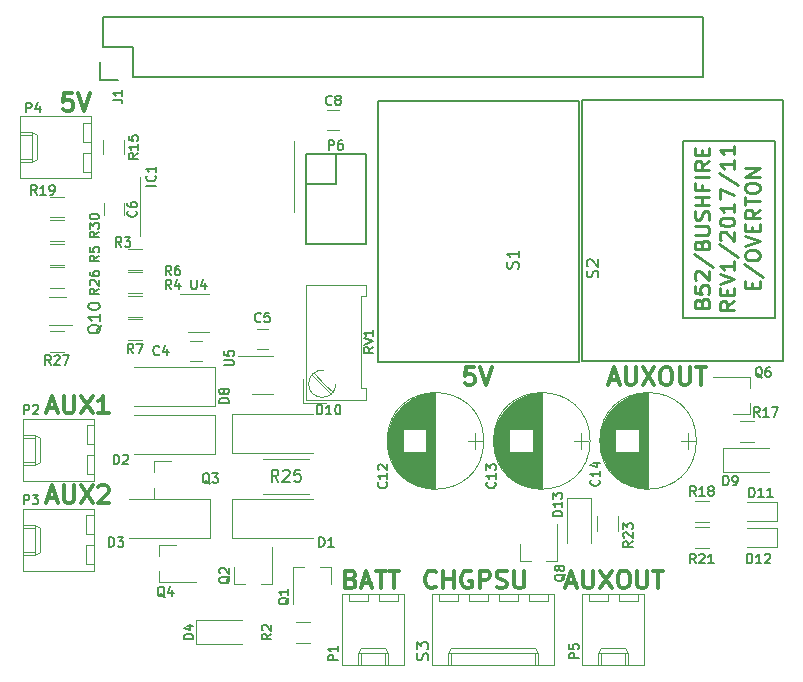
<source format=gbr>
G04 #@! TF.FileFunction,Legend,Top*
%FSLAX46Y46*%
G04 Gerber Fmt 4.6, Leading zero omitted, Abs format (unit mm)*
G04 Created by KiCad (PCBNEW 4.0.7) date Wed Nov 15 19:51:43 2017*
%MOMM*%
%LPD*%
G01*
G04 APERTURE LIST*
%ADD10C,0.100000*%
%ADD11C,0.200000*%
%ADD12C,0.250000*%
%ADD13C,0.300000*%
%ADD14C,0.150000*%
%ADD15C,0.120000*%
G04 APERTURE END LIST*
D10*
D11*
X120200000Y-75200000D02*
X120200000Y-60200000D01*
X128000000Y-75200000D02*
X120200000Y-75200000D01*
X128000000Y-60200000D02*
X128000000Y-75200000D01*
X120200000Y-60200000D02*
X128000000Y-60200000D01*
D12*
X121785714Y-73909523D02*
X121845238Y-73730952D01*
X121904762Y-73671428D01*
X122023810Y-73611904D01*
X122202381Y-73611904D01*
X122321429Y-73671428D01*
X122380952Y-73730952D01*
X122440476Y-73849999D01*
X122440476Y-74326190D01*
X121190476Y-74326190D01*
X121190476Y-73909523D01*
X121250000Y-73790476D01*
X121309524Y-73730952D01*
X121428571Y-73671428D01*
X121547619Y-73671428D01*
X121666667Y-73730952D01*
X121726190Y-73790476D01*
X121785714Y-73909523D01*
X121785714Y-74326190D01*
X121190476Y-72480952D02*
X121190476Y-73076190D01*
X121785714Y-73135714D01*
X121726190Y-73076190D01*
X121666667Y-72957142D01*
X121666667Y-72659523D01*
X121726190Y-72540476D01*
X121785714Y-72480952D01*
X121904762Y-72421428D01*
X122202381Y-72421428D01*
X122321429Y-72480952D01*
X122380952Y-72540476D01*
X122440476Y-72659523D01*
X122440476Y-72957142D01*
X122380952Y-73076190D01*
X122321429Y-73135714D01*
X121309524Y-71945238D02*
X121250000Y-71885714D01*
X121190476Y-71766666D01*
X121190476Y-71469047D01*
X121250000Y-71350000D01*
X121309524Y-71290476D01*
X121428571Y-71230952D01*
X121547619Y-71230952D01*
X121726190Y-71290476D01*
X122440476Y-72004762D01*
X122440476Y-71230952D01*
X121130952Y-69802381D02*
X122738095Y-70873809D01*
X121785714Y-68969047D02*
X121845238Y-68790476D01*
X121904762Y-68730952D01*
X122023810Y-68671428D01*
X122202381Y-68671428D01*
X122321429Y-68730952D01*
X122380952Y-68790476D01*
X122440476Y-68909523D01*
X122440476Y-69385714D01*
X121190476Y-69385714D01*
X121190476Y-68969047D01*
X121250000Y-68850000D01*
X121309524Y-68790476D01*
X121428571Y-68730952D01*
X121547619Y-68730952D01*
X121666667Y-68790476D01*
X121726190Y-68850000D01*
X121785714Y-68969047D01*
X121785714Y-69385714D01*
X121190476Y-68135714D02*
X122202381Y-68135714D01*
X122321429Y-68076190D01*
X122380952Y-68016666D01*
X122440476Y-67897619D01*
X122440476Y-67659523D01*
X122380952Y-67540476D01*
X122321429Y-67480952D01*
X122202381Y-67421428D01*
X121190476Y-67421428D01*
X122380952Y-66885714D02*
X122440476Y-66707142D01*
X122440476Y-66409523D01*
X122380952Y-66290476D01*
X122321429Y-66230952D01*
X122202381Y-66171428D01*
X122083333Y-66171428D01*
X121964286Y-66230952D01*
X121904762Y-66290476D01*
X121845238Y-66409523D01*
X121785714Y-66647619D01*
X121726190Y-66766666D01*
X121666667Y-66826190D01*
X121547619Y-66885714D01*
X121428571Y-66885714D01*
X121309524Y-66826190D01*
X121250000Y-66766666D01*
X121190476Y-66647619D01*
X121190476Y-66349999D01*
X121250000Y-66171428D01*
X122440476Y-65635714D02*
X121190476Y-65635714D01*
X121785714Y-65635714D02*
X121785714Y-64921428D01*
X122440476Y-64921428D02*
X121190476Y-64921428D01*
X121785714Y-63909523D02*
X121785714Y-64326190D01*
X122440476Y-64326190D02*
X121190476Y-64326190D01*
X121190476Y-63730952D01*
X122440476Y-63254761D02*
X121190476Y-63254761D01*
X122440476Y-61945237D02*
X121845238Y-62361904D01*
X122440476Y-62659523D02*
X121190476Y-62659523D01*
X121190476Y-62183332D01*
X121250000Y-62064285D01*
X121309524Y-62004761D01*
X121428571Y-61945237D01*
X121607143Y-61945237D01*
X121726190Y-62004761D01*
X121785714Y-62064285D01*
X121845238Y-62183332D01*
X121845238Y-62659523D01*
X121785714Y-61409523D02*
X121785714Y-60992856D01*
X122440476Y-60814285D02*
X122440476Y-61409523D01*
X121190476Y-61409523D01*
X121190476Y-60814285D01*
X124565476Y-73790475D02*
X123970238Y-74207142D01*
X124565476Y-74504761D02*
X123315476Y-74504761D01*
X123315476Y-74028570D01*
X123375000Y-73909523D01*
X123434524Y-73849999D01*
X123553571Y-73790475D01*
X123732143Y-73790475D01*
X123851190Y-73849999D01*
X123910714Y-73909523D01*
X123970238Y-74028570D01*
X123970238Y-74504761D01*
X123910714Y-73254761D02*
X123910714Y-72838094D01*
X124565476Y-72659523D02*
X124565476Y-73254761D01*
X123315476Y-73254761D01*
X123315476Y-72659523D01*
X123315476Y-72302380D02*
X124565476Y-71885714D01*
X123315476Y-71469047D01*
X124565476Y-70397618D02*
X124565476Y-71111904D01*
X124565476Y-70754761D02*
X123315476Y-70754761D01*
X123494048Y-70873809D01*
X123613095Y-70992856D01*
X123672619Y-71111904D01*
X123255952Y-68969047D02*
X124863095Y-70040475D01*
X123434524Y-68611904D02*
X123375000Y-68552380D01*
X123315476Y-68433332D01*
X123315476Y-68135713D01*
X123375000Y-68016666D01*
X123434524Y-67957142D01*
X123553571Y-67897618D01*
X123672619Y-67897618D01*
X123851190Y-67957142D01*
X124565476Y-68671428D01*
X124565476Y-67897618D01*
X123315476Y-67123809D02*
X123315476Y-67004761D01*
X123375000Y-66885713D01*
X123434524Y-66826190D01*
X123553571Y-66766666D01*
X123791667Y-66707142D01*
X124089286Y-66707142D01*
X124327381Y-66766666D01*
X124446429Y-66826190D01*
X124505952Y-66885713D01*
X124565476Y-67004761D01*
X124565476Y-67123809D01*
X124505952Y-67242856D01*
X124446429Y-67302380D01*
X124327381Y-67361904D01*
X124089286Y-67421428D01*
X123791667Y-67421428D01*
X123553571Y-67361904D01*
X123434524Y-67302380D01*
X123375000Y-67242856D01*
X123315476Y-67123809D01*
X124565476Y-65516666D02*
X124565476Y-66230952D01*
X124565476Y-65873809D02*
X123315476Y-65873809D01*
X123494048Y-65992857D01*
X123613095Y-66111904D01*
X123672619Y-66230952D01*
X123315476Y-65100000D02*
X123315476Y-64266666D01*
X124565476Y-64802381D01*
X123255952Y-62897619D02*
X124863095Y-63969047D01*
X124565476Y-61826190D02*
X124565476Y-62540476D01*
X124565476Y-62183333D02*
X123315476Y-62183333D01*
X123494048Y-62302381D01*
X123613095Y-62421428D01*
X123672619Y-62540476D01*
X124565476Y-60635714D02*
X124565476Y-61350000D01*
X124565476Y-60992857D02*
X123315476Y-60992857D01*
X123494048Y-61111905D01*
X123613095Y-61230952D01*
X123672619Y-61350000D01*
X126035714Y-72689286D02*
X126035714Y-72272619D01*
X126690476Y-72094048D02*
X126690476Y-72689286D01*
X125440476Y-72689286D01*
X125440476Y-72094048D01*
X125380952Y-70665477D02*
X126988095Y-71736905D01*
X125440476Y-70010715D02*
X125440476Y-69772619D01*
X125500000Y-69653572D01*
X125619048Y-69534524D01*
X125857143Y-69475000D01*
X126273810Y-69475000D01*
X126511905Y-69534524D01*
X126630952Y-69653572D01*
X126690476Y-69772619D01*
X126690476Y-70010715D01*
X126630952Y-70129762D01*
X126511905Y-70248810D01*
X126273810Y-70308334D01*
X125857143Y-70308334D01*
X125619048Y-70248810D01*
X125500000Y-70129762D01*
X125440476Y-70010715D01*
X125440476Y-69117857D02*
X126690476Y-68701191D01*
X125440476Y-68284524D01*
X126035714Y-67867857D02*
X126035714Y-67451190D01*
X126690476Y-67272619D02*
X126690476Y-67867857D01*
X125440476Y-67867857D01*
X125440476Y-67272619D01*
X126690476Y-66022619D02*
X126095238Y-66439286D01*
X126690476Y-66736905D02*
X125440476Y-66736905D01*
X125440476Y-66260714D01*
X125500000Y-66141667D01*
X125559524Y-66082143D01*
X125678571Y-66022619D01*
X125857143Y-66022619D01*
X125976190Y-66082143D01*
X126035714Y-66141667D01*
X126095238Y-66260714D01*
X126095238Y-66736905D01*
X125440476Y-65665476D02*
X125440476Y-64951191D01*
X126690476Y-65308334D02*
X125440476Y-65308334D01*
X125440476Y-64296429D02*
X125440476Y-64058333D01*
X125500000Y-63939286D01*
X125619048Y-63820238D01*
X125857143Y-63760714D01*
X126273810Y-63760714D01*
X126511905Y-63820238D01*
X126630952Y-63939286D01*
X126690476Y-64058333D01*
X126690476Y-64296429D01*
X126630952Y-64415476D01*
X126511905Y-64534524D01*
X126273810Y-64594048D01*
X125857143Y-64594048D01*
X125619048Y-64534524D01*
X125500000Y-64415476D01*
X125440476Y-64296429D01*
X126690476Y-63225000D02*
X125440476Y-63225000D01*
X126690476Y-62510714D01*
X125440476Y-62510714D01*
D13*
X114000000Y-80450000D02*
X114714286Y-80450000D01*
X113857143Y-80878571D02*
X114357143Y-79378571D01*
X114857143Y-80878571D01*
X115357143Y-79378571D02*
X115357143Y-80592857D01*
X115428571Y-80735714D01*
X115500000Y-80807143D01*
X115642857Y-80878571D01*
X115928571Y-80878571D01*
X116071429Y-80807143D01*
X116142857Y-80735714D01*
X116214286Y-80592857D01*
X116214286Y-79378571D01*
X116785715Y-79378571D02*
X117785715Y-80878571D01*
X117785715Y-79378571D02*
X116785715Y-80878571D01*
X118642857Y-79378571D02*
X118928571Y-79378571D01*
X119071429Y-79450000D01*
X119214286Y-79592857D01*
X119285714Y-79878571D01*
X119285714Y-80378571D01*
X119214286Y-80664286D01*
X119071429Y-80807143D01*
X118928571Y-80878571D01*
X118642857Y-80878571D01*
X118500000Y-80807143D01*
X118357143Y-80664286D01*
X118285714Y-80378571D01*
X118285714Y-79878571D01*
X118357143Y-79592857D01*
X118500000Y-79450000D01*
X118642857Y-79378571D01*
X119928572Y-79378571D02*
X119928572Y-80592857D01*
X120000000Y-80735714D01*
X120071429Y-80807143D01*
X120214286Y-80878571D01*
X120500000Y-80878571D01*
X120642858Y-80807143D01*
X120714286Y-80735714D01*
X120785715Y-80592857D01*
X120785715Y-79378571D01*
X121285715Y-79378571D02*
X122142858Y-79378571D01*
X121714287Y-80878571D02*
X121714287Y-79378571D01*
X102514287Y-79378571D02*
X101800001Y-79378571D01*
X101728572Y-80092857D01*
X101800001Y-80021429D01*
X101942858Y-79950000D01*
X102300001Y-79950000D01*
X102442858Y-80021429D01*
X102514287Y-80092857D01*
X102585715Y-80235714D01*
X102585715Y-80592857D01*
X102514287Y-80735714D01*
X102442858Y-80807143D01*
X102300001Y-80878571D01*
X101942858Y-80878571D01*
X101800001Y-80807143D01*
X101728572Y-80735714D01*
X103014286Y-79378571D02*
X103514286Y-80878571D01*
X104014286Y-79378571D01*
X68514287Y-56178571D02*
X67800001Y-56178571D01*
X67728572Y-56892857D01*
X67800001Y-56821429D01*
X67942858Y-56750000D01*
X68300001Y-56750000D01*
X68442858Y-56821429D01*
X68514287Y-56892857D01*
X68585715Y-57035714D01*
X68585715Y-57392857D01*
X68514287Y-57535714D01*
X68442858Y-57607143D01*
X68300001Y-57678571D01*
X67942858Y-57678571D01*
X67800001Y-57607143D01*
X67728572Y-57535714D01*
X69014286Y-56178571D02*
X69514286Y-57678571D01*
X70014286Y-56178571D01*
X99278572Y-97935714D02*
X99207143Y-98007143D01*
X98992857Y-98078571D01*
X98850000Y-98078571D01*
X98635715Y-98007143D01*
X98492857Y-97864286D01*
X98421429Y-97721429D01*
X98350000Y-97435714D01*
X98350000Y-97221429D01*
X98421429Y-96935714D01*
X98492857Y-96792857D01*
X98635715Y-96650000D01*
X98850000Y-96578571D01*
X98992857Y-96578571D01*
X99207143Y-96650000D01*
X99278572Y-96721429D01*
X99921429Y-98078571D02*
X99921429Y-96578571D01*
X99921429Y-97292857D02*
X100778572Y-97292857D01*
X100778572Y-98078571D02*
X100778572Y-96578571D01*
X102278572Y-96650000D02*
X102135715Y-96578571D01*
X101921429Y-96578571D01*
X101707144Y-96650000D01*
X101564286Y-96792857D01*
X101492858Y-96935714D01*
X101421429Y-97221429D01*
X101421429Y-97435714D01*
X101492858Y-97721429D01*
X101564286Y-97864286D01*
X101707144Y-98007143D01*
X101921429Y-98078571D01*
X102064286Y-98078571D01*
X102278572Y-98007143D01*
X102350001Y-97935714D01*
X102350001Y-97435714D01*
X102064286Y-97435714D01*
X102992858Y-98078571D02*
X102992858Y-96578571D01*
X103564286Y-96578571D01*
X103707144Y-96650000D01*
X103778572Y-96721429D01*
X103850001Y-96864286D01*
X103850001Y-97078571D01*
X103778572Y-97221429D01*
X103707144Y-97292857D01*
X103564286Y-97364286D01*
X102992858Y-97364286D01*
X104421429Y-98007143D02*
X104635715Y-98078571D01*
X104992858Y-98078571D01*
X105135715Y-98007143D01*
X105207144Y-97935714D01*
X105278572Y-97792857D01*
X105278572Y-97650000D01*
X105207144Y-97507143D01*
X105135715Y-97435714D01*
X104992858Y-97364286D01*
X104707144Y-97292857D01*
X104564286Y-97221429D01*
X104492858Y-97150000D01*
X104421429Y-97007143D01*
X104421429Y-96864286D01*
X104492858Y-96721429D01*
X104564286Y-96650000D01*
X104707144Y-96578571D01*
X105064286Y-96578571D01*
X105278572Y-96650000D01*
X105921429Y-96578571D02*
X105921429Y-97792857D01*
X105992857Y-97935714D01*
X106064286Y-98007143D01*
X106207143Y-98078571D01*
X106492857Y-98078571D01*
X106635715Y-98007143D01*
X106707143Y-97935714D01*
X106778572Y-97792857D01*
X106778572Y-96578571D01*
X110400000Y-97650000D02*
X111114286Y-97650000D01*
X110257143Y-98078571D02*
X110757143Y-96578571D01*
X111257143Y-98078571D01*
X111757143Y-96578571D02*
X111757143Y-97792857D01*
X111828571Y-97935714D01*
X111900000Y-98007143D01*
X112042857Y-98078571D01*
X112328571Y-98078571D01*
X112471429Y-98007143D01*
X112542857Y-97935714D01*
X112614286Y-97792857D01*
X112614286Y-96578571D01*
X113185715Y-96578571D02*
X114185715Y-98078571D01*
X114185715Y-96578571D02*
X113185715Y-98078571D01*
X115042857Y-96578571D02*
X115328571Y-96578571D01*
X115471429Y-96650000D01*
X115614286Y-96792857D01*
X115685714Y-97078571D01*
X115685714Y-97578571D01*
X115614286Y-97864286D01*
X115471429Y-98007143D01*
X115328571Y-98078571D01*
X115042857Y-98078571D01*
X114900000Y-98007143D01*
X114757143Y-97864286D01*
X114685714Y-97578571D01*
X114685714Y-97078571D01*
X114757143Y-96792857D01*
X114900000Y-96650000D01*
X115042857Y-96578571D01*
X116328572Y-96578571D02*
X116328572Y-97792857D01*
X116400000Y-97935714D01*
X116471429Y-98007143D01*
X116614286Y-98078571D01*
X116900000Y-98078571D01*
X117042858Y-98007143D01*
X117114286Y-97935714D01*
X117185715Y-97792857D01*
X117185715Y-96578571D01*
X117685715Y-96578571D02*
X118542858Y-96578571D01*
X118114287Y-98078571D02*
X118114287Y-96578571D01*
X92121429Y-97292857D02*
X92335715Y-97364286D01*
X92407143Y-97435714D01*
X92478572Y-97578571D01*
X92478572Y-97792857D01*
X92407143Y-97935714D01*
X92335715Y-98007143D01*
X92192857Y-98078571D01*
X91621429Y-98078571D01*
X91621429Y-96578571D01*
X92121429Y-96578571D01*
X92264286Y-96650000D01*
X92335715Y-96721429D01*
X92407143Y-96864286D01*
X92407143Y-97007143D01*
X92335715Y-97150000D01*
X92264286Y-97221429D01*
X92121429Y-97292857D01*
X91621429Y-97292857D01*
X93050000Y-97650000D02*
X93764286Y-97650000D01*
X92907143Y-98078571D02*
X93407143Y-96578571D01*
X93907143Y-98078571D01*
X94192857Y-96578571D02*
X95050000Y-96578571D01*
X94621429Y-98078571D02*
X94621429Y-96578571D01*
X95335714Y-96578571D02*
X96192857Y-96578571D01*
X95764286Y-98078571D02*
X95764286Y-96578571D01*
X66428572Y-82850000D02*
X67142858Y-82850000D01*
X66285715Y-83278571D02*
X66785715Y-81778571D01*
X67285715Y-83278571D01*
X67785715Y-81778571D02*
X67785715Y-82992857D01*
X67857143Y-83135714D01*
X67928572Y-83207143D01*
X68071429Y-83278571D01*
X68357143Y-83278571D01*
X68500001Y-83207143D01*
X68571429Y-83135714D01*
X68642858Y-82992857D01*
X68642858Y-81778571D01*
X69214287Y-81778571D02*
X70214287Y-83278571D01*
X70214287Y-81778571D02*
X69214287Y-83278571D01*
X71571429Y-83278571D02*
X70714286Y-83278571D01*
X71142858Y-83278571D02*
X71142858Y-81778571D01*
X71000001Y-81992857D01*
X70857143Y-82135714D01*
X70714286Y-82207143D01*
X66428572Y-90450000D02*
X67142858Y-90450000D01*
X66285715Y-90878571D02*
X66785715Y-89378571D01*
X67285715Y-90878571D01*
X67785715Y-89378571D02*
X67785715Y-90592857D01*
X67857143Y-90735714D01*
X67928572Y-90807143D01*
X68071429Y-90878571D01*
X68357143Y-90878571D01*
X68500001Y-90807143D01*
X68571429Y-90735714D01*
X68642858Y-90592857D01*
X68642858Y-89378571D01*
X69214287Y-89378571D02*
X70214287Y-90878571D01*
X70214287Y-89378571D02*
X69214287Y-90878571D01*
X70714286Y-89521429D02*
X70785715Y-89450000D01*
X70928572Y-89378571D01*
X71285715Y-89378571D01*
X71428572Y-89450000D01*
X71500001Y-89521429D01*
X71571429Y-89664286D01*
X71571429Y-89807143D01*
X71500001Y-90021429D01*
X70642858Y-90878571D01*
X71571429Y-90878571D01*
D14*
X88330000Y-63870000D02*
X90870000Y-63870000D01*
X90870000Y-63870000D02*
X90870000Y-61330000D01*
X88330000Y-61330000D02*
X88330000Y-68950000D01*
X88330000Y-68950000D02*
X93410000Y-68950000D01*
X93410000Y-68950000D02*
X93410000Y-61330000D01*
X93410000Y-61330000D02*
X88330000Y-61330000D01*
D15*
X83700000Y-81610000D02*
X85500000Y-81610000D01*
X85500000Y-78390000D02*
X82550000Y-78390000D01*
X82000000Y-90550000D02*
X82000000Y-93850000D01*
X82000000Y-93850000D02*
X88900000Y-93850000D01*
X82000000Y-90550000D02*
X88900000Y-90550000D01*
D14*
X94400000Y-56788000D02*
X111418000Y-56788000D01*
X111418000Y-56788000D02*
X111418000Y-57296000D01*
X111418000Y-78886000D02*
X111418000Y-57042000D01*
X94400000Y-78886000D02*
X111400000Y-78886000D01*
X94400000Y-78886000D02*
X94400000Y-56886000D01*
D15*
X75440000Y-87320000D02*
X75440000Y-88250000D01*
X75440000Y-90480000D02*
X75440000Y-89550000D01*
X75440000Y-90480000D02*
X78600000Y-90480000D01*
X75440000Y-87320000D02*
X76900000Y-87320000D01*
D14*
X121900000Y-49710000D02*
X71100000Y-49710000D01*
X73640000Y-54790000D02*
X121900000Y-54790000D01*
X121900000Y-49710000D02*
X121900000Y-54790000D01*
X71100000Y-49710000D02*
X71100000Y-52250000D01*
X70820000Y-53520000D02*
X70820000Y-55070000D01*
X71100000Y-52250000D02*
X73640000Y-52250000D01*
X73640000Y-52250000D02*
X73640000Y-54790000D01*
X70820000Y-55070000D02*
X72370000Y-55070000D01*
D15*
X79500000Y-77150000D02*
X78500000Y-77150000D01*
X78500000Y-78850000D02*
X79500000Y-78850000D01*
X85100000Y-76150000D02*
X84100000Y-76150000D01*
X84100000Y-77850000D02*
X85100000Y-77850000D01*
X72850000Y-66500000D02*
X72850000Y-65500000D01*
X71150000Y-65500000D02*
X71150000Y-66500000D01*
X91100000Y-57550000D02*
X90100000Y-57550000D01*
X90100000Y-59250000D02*
X91100000Y-59250000D01*
X103340000Y-85600000D02*
G75*
G03X103340000Y-85600000I-4090000J0D01*
G01*
X99250000Y-89650000D02*
X99250000Y-81550000D01*
X99210000Y-89650000D02*
X99210000Y-81550000D01*
X99170000Y-89650000D02*
X99170000Y-81550000D01*
X99130000Y-89649000D02*
X99130000Y-81551000D01*
X99090000Y-89647000D02*
X99090000Y-81553000D01*
X99050000Y-89646000D02*
X99050000Y-81554000D01*
X99010000Y-89643000D02*
X99010000Y-81557000D01*
X98970000Y-89641000D02*
X98970000Y-81559000D01*
X98930000Y-89638000D02*
X98930000Y-81562000D01*
X98890000Y-89635000D02*
X98890000Y-81565000D01*
X98850000Y-89631000D02*
X98850000Y-81569000D01*
X98810000Y-89627000D02*
X98810000Y-81573000D01*
X98770000Y-89622000D02*
X98770000Y-81578000D01*
X98730000Y-89617000D02*
X98730000Y-81583000D01*
X98690000Y-89612000D02*
X98690000Y-81588000D01*
X98650000Y-89606000D02*
X98650000Y-81594000D01*
X98610000Y-89600000D02*
X98610000Y-81600000D01*
X98570000Y-89594000D02*
X98570000Y-81606000D01*
X98529000Y-89587000D02*
X98529000Y-81613000D01*
X98489000Y-89579000D02*
X98489000Y-81621000D01*
X98449000Y-89571000D02*
X98449000Y-86580000D01*
X98449000Y-84620000D02*
X98449000Y-81629000D01*
X98409000Y-89563000D02*
X98409000Y-86580000D01*
X98409000Y-84620000D02*
X98409000Y-81637000D01*
X98369000Y-89555000D02*
X98369000Y-86580000D01*
X98369000Y-84620000D02*
X98369000Y-81645000D01*
X98329000Y-89546000D02*
X98329000Y-86580000D01*
X98329000Y-84620000D02*
X98329000Y-81654000D01*
X98289000Y-89536000D02*
X98289000Y-86580000D01*
X98289000Y-84620000D02*
X98289000Y-81664000D01*
X98249000Y-89526000D02*
X98249000Y-86580000D01*
X98249000Y-84620000D02*
X98249000Y-81674000D01*
X98209000Y-89516000D02*
X98209000Y-86580000D01*
X98209000Y-84620000D02*
X98209000Y-81684000D01*
X98169000Y-89505000D02*
X98169000Y-86580000D01*
X98169000Y-84620000D02*
X98169000Y-81695000D01*
X98129000Y-89494000D02*
X98129000Y-86580000D01*
X98129000Y-84620000D02*
X98129000Y-81706000D01*
X98089000Y-89483000D02*
X98089000Y-86580000D01*
X98089000Y-84620000D02*
X98089000Y-81717000D01*
X98049000Y-89470000D02*
X98049000Y-86580000D01*
X98049000Y-84620000D02*
X98049000Y-81730000D01*
X98009000Y-89458000D02*
X98009000Y-86580000D01*
X98009000Y-84620000D02*
X98009000Y-81742000D01*
X97969000Y-89445000D02*
X97969000Y-86580000D01*
X97969000Y-84620000D02*
X97969000Y-81755000D01*
X97929000Y-89432000D02*
X97929000Y-86580000D01*
X97929000Y-84620000D02*
X97929000Y-81768000D01*
X97889000Y-89418000D02*
X97889000Y-86580000D01*
X97889000Y-84620000D02*
X97889000Y-81782000D01*
X97849000Y-89403000D02*
X97849000Y-86580000D01*
X97849000Y-84620000D02*
X97849000Y-81797000D01*
X97809000Y-89389000D02*
X97809000Y-86580000D01*
X97809000Y-84620000D02*
X97809000Y-81811000D01*
X97769000Y-89373000D02*
X97769000Y-86580000D01*
X97769000Y-84620000D02*
X97769000Y-81827000D01*
X97729000Y-89358000D02*
X97729000Y-86580000D01*
X97729000Y-84620000D02*
X97729000Y-81842000D01*
X97689000Y-89341000D02*
X97689000Y-86580000D01*
X97689000Y-84620000D02*
X97689000Y-81859000D01*
X97649000Y-89325000D02*
X97649000Y-86580000D01*
X97649000Y-84620000D02*
X97649000Y-81875000D01*
X97609000Y-89307000D02*
X97609000Y-86580000D01*
X97609000Y-84620000D02*
X97609000Y-81893000D01*
X97569000Y-89290000D02*
X97569000Y-86580000D01*
X97569000Y-84620000D02*
X97569000Y-81910000D01*
X97529000Y-89271000D02*
X97529000Y-86580000D01*
X97529000Y-84620000D02*
X97529000Y-81929000D01*
X97489000Y-89252000D02*
X97489000Y-86580000D01*
X97489000Y-84620000D02*
X97489000Y-81948000D01*
X97449000Y-89233000D02*
X97449000Y-86580000D01*
X97449000Y-84620000D02*
X97449000Y-81967000D01*
X97409000Y-89213000D02*
X97409000Y-86580000D01*
X97409000Y-84620000D02*
X97409000Y-81987000D01*
X97369000Y-89193000D02*
X97369000Y-86580000D01*
X97369000Y-84620000D02*
X97369000Y-82007000D01*
X97329000Y-89172000D02*
X97329000Y-86580000D01*
X97329000Y-84620000D02*
X97329000Y-82028000D01*
X97289000Y-89150000D02*
X97289000Y-86580000D01*
X97289000Y-84620000D02*
X97289000Y-82050000D01*
X97249000Y-89128000D02*
X97249000Y-86580000D01*
X97249000Y-84620000D02*
X97249000Y-82072000D01*
X97209000Y-89105000D02*
X97209000Y-86580000D01*
X97209000Y-84620000D02*
X97209000Y-82095000D01*
X97169000Y-89082000D02*
X97169000Y-86580000D01*
X97169000Y-84620000D02*
X97169000Y-82118000D01*
X97129000Y-89058000D02*
X97129000Y-86580000D01*
X97129000Y-84620000D02*
X97129000Y-82142000D01*
X97089000Y-89034000D02*
X97089000Y-86580000D01*
X97089000Y-84620000D02*
X97089000Y-82166000D01*
X97049000Y-89008000D02*
X97049000Y-86580000D01*
X97049000Y-84620000D02*
X97049000Y-82192000D01*
X97009000Y-88983000D02*
X97009000Y-86580000D01*
X97009000Y-84620000D02*
X97009000Y-82217000D01*
X96969000Y-88956000D02*
X96969000Y-86580000D01*
X96969000Y-84620000D02*
X96969000Y-82244000D01*
X96929000Y-88929000D02*
X96929000Y-86580000D01*
X96929000Y-84620000D02*
X96929000Y-82271000D01*
X96889000Y-88901000D02*
X96889000Y-86580000D01*
X96889000Y-84620000D02*
X96889000Y-82299000D01*
X96849000Y-88872000D02*
X96849000Y-86580000D01*
X96849000Y-84620000D02*
X96849000Y-82328000D01*
X96809000Y-88843000D02*
X96809000Y-86580000D01*
X96809000Y-84620000D02*
X96809000Y-82357000D01*
X96769000Y-88813000D02*
X96769000Y-86580000D01*
X96769000Y-84620000D02*
X96769000Y-82387000D01*
X96729000Y-88782000D02*
X96729000Y-86580000D01*
X96729000Y-84620000D02*
X96729000Y-82418000D01*
X96689000Y-88750000D02*
X96689000Y-86580000D01*
X96689000Y-84620000D02*
X96689000Y-82450000D01*
X96649000Y-88718000D02*
X96649000Y-86580000D01*
X96649000Y-84620000D02*
X96649000Y-82482000D01*
X96609000Y-88684000D02*
X96609000Y-86580000D01*
X96609000Y-84620000D02*
X96609000Y-82516000D01*
X96569000Y-88650000D02*
X96569000Y-86580000D01*
X96569000Y-84620000D02*
X96569000Y-82550000D01*
X96529000Y-88615000D02*
X96529000Y-86580000D01*
X96529000Y-84620000D02*
X96529000Y-82585000D01*
X96489000Y-88579000D02*
X96489000Y-82621000D01*
X96449000Y-88542000D02*
X96449000Y-82658000D01*
X96409000Y-88504000D02*
X96409000Y-82696000D01*
X96369000Y-88465000D02*
X96369000Y-82735000D01*
X96329000Y-88424000D02*
X96329000Y-82776000D01*
X96289000Y-88383000D02*
X96289000Y-82817000D01*
X96249000Y-88340000D02*
X96249000Y-82860000D01*
X96209000Y-88297000D02*
X96209000Y-82903000D01*
X96169000Y-88252000D02*
X96169000Y-82948000D01*
X96129000Y-88205000D02*
X96129000Y-82995000D01*
X96089000Y-88157000D02*
X96089000Y-83043000D01*
X96049000Y-88108000D02*
X96049000Y-83092000D01*
X96009000Y-88057000D02*
X96009000Y-83143000D01*
X95969000Y-88004000D02*
X95969000Y-83196000D01*
X95929000Y-87949000D02*
X95929000Y-83251000D01*
X95889000Y-87893000D02*
X95889000Y-83307000D01*
X95849000Y-87834000D02*
X95849000Y-83366000D01*
X95809000Y-87773000D02*
X95809000Y-83427000D01*
X95769000Y-87709000D02*
X95769000Y-83491000D01*
X95729000Y-87643000D02*
X95729000Y-83557000D01*
X95689000Y-87574000D02*
X95689000Y-83626000D01*
X95649000Y-87502000D02*
X95649000Y-83698000D01*
X95609000Y-87426000D02*
X95609000Y-83774000D01*
X95569000Y-87345000D02*
X95569000Y-83855000D01*
X95529000Y-87260000D02*
X95529000Y-83940000D01*
X95489000Y-87170000D02*
X95489000Y-84030000D01*
X95449000Y-87073000D02*
X95449000Y-84127000D01*
X95409000Y-86969000D02*
X95409000Y-84231000D01*
X95369000Y-86854000D02*
X95369000Y-84346000D01*
X95329000Y-86727000D02*
X95329000Y-84473000D01*
X95289000Y-86583000D02*
X95289000Y-84617000D01*
X95249000Y-86414000D02*
X95249000Y-84786000D01*
X95209000Y-86198000D02*
X95209000Y-85002000D01*
X95169000Y-85846000D02*
X95169000Y-85354000D01*
X103200000Y-85600000D02*
X102000000Y-85600000D01*
X102600000Y-86250000D02*
X102600000Y-84950000D01*
X112340000Y-85600000D02*
G75*
G03X112340000Y-85600000I-4090000J0D01*
G01*
X108250000Y-89650000D02*
X108250000Y-81550000D01*
X108210000Y-89650000D02*
X108210000Y-81550000D01*
X108170000Y-89650000D02*
X108170000Y-81550000D01*
X108130000Y-89649000D02*
X108130000Y-81551000D01*
X108090000Y-89647000D02*
X108090000Y-81553000D01*
X108050000Y-89646000D02*
X108050000Y-81554000D01*
X108010000Y-89643000D02*
X108010000Y-81557000D01*
X107970000Y-89641000D02*
X107970000Y-81559000D01*
X107930000Y-89638000D02*
X107930000Y-81562000D01*
X107890000Y-89635000D02*
X107890000Y-81565000D01*
X107850000Y-89631000D02*
X107850000Y-81569000D01*
X107810000Y-89627000D02*
X107810000Y-81573000D01*
X107770000Y-89622000D02*
X107770000Y-81578000D01*
X107730000Y-89617000D02*
X107730000Y-81583000D01*
X107690000Y-89612000D02*
X107690000Y-81588000D01*
X107650000Y-89606000D02*
X107650000Y-81594000D01*
X107610000Y-89600000D02*
X107610000Y-81600000D01*
X107570000Y-89594000D02*
X107570000Y-81606000D01*
X107529000Y-89587000D02*
X107529000Y-81613000D01*
X107489000Y-89579000D02*
X107489000Y-81621000D01*
X107449000Y-89571000D02*
X107449000Y-86580000D01*
X107449000Y-84620000D02*
X107449000Y-81629000D01*
X107409000Y-89563000D02*
X107409000Y-86580000D01*
X107409000Y-84620000D02*
X107409000Y-81637000D01*
X107369000Y-89555000D02*
X107369000Y-86580000D01*
X107369000Y-84620000D02*
X107369000Y-81645000D01*
X107329000Y-89546000D02*
X107329000Y-86580000D01*
X107329000Y-84620000D02*
X107329000Y-81654000D01*
X107289000Y-89536000D02*
X107289000Y-86580000D01*
X107289000Y-84620000D02*
X107289000Y-81664000D01*
X107249000Y-89526000D02*
X107249000Y-86580000D01*
X107249000Y-84620000D02*
X107249000Y-81674000D01*
X107209000Y-89516000D02*
X107209000Y-86580000D01*
X107209000Y-84620000D02*
X107209000Y-81684000D01*
X107169000Y-89505000D02*
X107169000Y-86580000D01*
X107169000Y-84620000D02*
X107169000Y-81695000D01*
X107129000Y-89494000D02*
X107129000Y-86580000D01*
X107129000Y-84620000D02*
X107129000Y-81706000D01*
X107089000Y-89483000D02*
X107089000Y-86580000D01*
X107089000Y-84620000D02*
X107089000Y-81717000D01*
X107049000Y-89470000D02*
X107049000Y-86580000D01*
X107049000Y-84620000D02*
X107049000Y-81730000D01*
X107009000Y-89458000D02*
X107009000Y-86580000D01*
X107009000Y-84620000D02*
X107009000Y-81742000D01*
X106969000Y-89445000D02*
X106969000Y-86580000D01*
X106969000Y-84620000D02*
X106969000Y-81755000D01*
X106929000Y-89432000D02*
X106929000Y-86580000D01*
X106929000Y-84620000D02*
X106929000Y-81768000D01*
X106889000Y-89418000D02*
X106889000Y-86580000D01*
X106889000Y-84620000D02*
X106889000Y-81782000D01*
X106849000Y-89403000D02*
X106849000Y-86580000D01*
X106849000Y-84620000D02*
X106849000Y-81797000D01*
X106809000Y-89389000D02*
X106809000Y-86580000D01*
X106809000Y-84620000D02*
X106809000Y-81811000D01*
X106769000Y-89373000D02*
X106769000Y-86580000D01*
X106769000Y-84620000D02*
X106769000Y-81827000D01*
X106729000Y-89358000D02*
X106729000Y-86580000D01*
X106729000Y-84620000D02*
X106729000Y-81842000D01*
X106689000Y-89341000D02*
X106689000Y-86580000D01*
X106689000Y-84620000D02*
X106689000Y-81859000D01*
X106649000Y-89325000D02*
X106649000Y-86580000D01*
X106649000Y-84620000D02*
X106649000Y-81875000D01*
X106609000Y-89307000D02*
X106609000Y-86580000D01*
X106609000Y-84620000D02*
X106609000Y-81893000D01*
X106569000Y-89290000D02*
X106569000Y-86580000D01*
X106569000Y-84620000D02*
X106569000Y-81910000D01*
X106529000Y-89271000D02*
X106529000Y-86580000D01*
X106529000Y-84620000D02*
X106529000Y-81929000D01*
X106489000Y-89252000D02*
X106489000Y-86580000D01*
X106489000Y-84620000D02*
X106489000Y-81948000D01*
X106449000Y-89233000D02*
X106449000Y-86580000D01*
X106449000Y-84620000D02*
X106449000Y-81967000D01*
X106409000Y-89213000D02*
X106409000Y-86580000D01*
X106409000Y-84620000D02*
X106409000Y-81987000D01*
X106369000Y-89193000D02*
X106369000Y-86580000D01*
X106369000Y-84620000D02*
X106369000Y-82007000D01*
X106329000Y-89172000D02*
X106329000Y-86580000D01*
X106329000Y-84620000D02*
X106329000Y-82028000D01*
X106289000Y-89150000D02*
X106289000Y-86580000D01*
X106289000Y-84620000D02*
X106289000Y-82050000D01*
X106249000Y-89128000D02*
X106249000Y-86580000D01*
X106249000Y-84620000D02*
X106249000Y-82072000D01*
X106209000Y-89105000D02*
X106209000Y-86580000D01*
X106209000Y-84620000D02*
X106209000Y-82095000D01*
X106169000Y-89082000D02*
X106169000Y-86580000D01*
X106169000Y-84620000D02*
X106169000Y-82118000D01*
X106129000Y-89058000D02*
X106129000Y-86580000D01*
X106129000Y-84620000D02*
X106129000Y-82142000D01*
X106089000Y-89034000D02*
X106089000Y-86580000D01*
X106089000Y-84620000D02*
X106089000Y-82166000D01*
X106049000Y-89008000D02*
X106049000Y-86580000D01*
X106049000Y-84620000D02*
X106049000Y-82192000D01*
X106009000Y-88983000D02*
X106009000Y-86580000D01*
X106009000Y-84620000D02*
X106009000Y-82217000D01*
X105969000Y-88956000D02*
X105969000Y-86580000D01*
X105969000Y-84620000D02*
X105969000Y-82244000D01*
X105929000Y-88929000D02*
X105929000Y-86580000D01*
X105929000Y-84620000D02*
X105929000Y-82271000D01*
X105889000Y-88901000D02*
X105889000Y-86580000D01*
X105889000Y-84620000D02*
X105889000Y-82299000D01*
X105849000Y-88872000D02*
X105849000Y-86580000D01*
X105849000Y-84620000D02*
X105849000Y-82328000D01*
X105809000Y-88843000D02*
X105809000Y-86580000D01*
X105809000Y-84620000D02*
X105809000Y-82357000D01*
X105769000Y-88813000D02*
X105769000Y-86580000D01*
X105769000Y-84620000D02*
X105769000Y-82387000D01*
X105729000Y-88782000D02*
X105729000Y-86580000D01*
X105729000Y-84620000D02*
X105729000Y-82418000D01*
X105689000Y-88750000D02*
X105689000Y-86580000D01*
X105689000Y-84620000D02*
X105689000Y-82450000D01*
X105649000Y-88718000D02*
X105649000Y-86580000D01*
X105649000Y-84620000D02*
X105649000Y-82482000D01*
X105609000Y-88684000D02*
X105609000Y-86580000D01*
X105609000Y-84620000D02*
X105609000Y-82516000D01*
X105569000Y-88650000D02*
X105569000Y-86580000D01*
X105569000Y-84620000D02*
X105569000Y-82550000D01*
X105529000Y-88615000D02*
X105529000Y-86580000D01*
X105529000Y-84620000D02*
X105529000Y-82585000D01*
X105489000Y-88579000D02*
X105489000Y-82621000D01*
X105449000Y-88542000D02*
X105449000Y-82658000D01*
X105409000Y-88504000D02*
X105409000Y-82696000D01*
X105369000Y-88465000D02*
X105369000Y-82735000D01*
X105329000Y-88424000D02*
X105329000Y-82776000D01*
X105289000Y-88383000D02*
X105289000Y-82817000D01*
X105249000Y-88340000D02*
X105249000Y-82860000D01*
X105209000Y-88297000D02*
X105209000Y-82903000D01*
X105169000Y-88252000D02*
X105169000Y-82948000D01*
X105129000Y-88205000D02*
X105129000Y-82995000D01*
X105089000Y-88157000D02*
X105089000Y-83043000D01*
X105049000Y-88108000D02*
X105049000Y-83092000D01*
X105009000Y-88057000D02*
X105009000Y-83143000D01*
X104969000Y-88004000D02*
X104969000Y-83196000D01*
X104929000Y-87949000D02*
X104929000Y-83251000D01*
X104889000Y-87893000D02*
X104889000Y-83307000D01*
X104849000Y-87834000D02*
X104849000Y-83366000D01*
X104809000Y-87773000D02*
X104809000Y-83427000D01*
X104769000Y-87709000D02*
X104769000Y-83491000D01*
X104729000Y-87643000D02*
X104729000Y-83557000D01*
X104689000Y-87574000D02*
X104689000Y-83626000D01*
X104649000Y-87502000D02*
X104649000Y-83698000D01*
X104609000Y-87426000D02*
X104609000Y-83774000D01*
X104569000Y-87345000D02*
X104569000Y-83855000D01*
X104529000Y-87260000D02*
X104529000Y-83940000D01*
X104489000Y-87170000D02*
X104489000Y-84030000D01*
X104449000Y-87073000D02*
X104449000Y-84127000D01*
X104409000Y-86969000D02*
X104409000Y-84231000D01*
X104369000Y-86854000D02*
X104369000Y-84346000D01*
X104329000Y-86727000D02*
X104329000Y-84473000D01*
X104289000Y-86583000D02*
X104289000Y-84617000D01*
X104249000Y-86414000D02*
X104249000Y-84786000D01*
X104209000Y-86198000D02*
X104209000Y-85002000D01*
X104169000Y-85846000D02*
X104169000Y-85354000D01*
X112200000Y-85600000D02*
X111000000Y-85600000D01*
X111600000Y-86250000D02*
X111600000Y-84950000D01*
X121340000Y-85600000D02*
G75*
G03X121340000Y-85600000I-4090000J0D01*
G01*
X117250000Y-89650000D02*
X117250000Y-81550000D01*
X117210000Y-89650000D02*
X117210000Y-81550000D01*
X117170000Y-89650000D02*
X117170000Y-81550000D01*
X117130000Y-89649000D02*
X117130000Y-81551000D01*
X117090000Y-89647000D02*
X117090000Y-81553000D01*
X117050000Y-89646000D02*
X117050000Y-81554000D01*
X117010000Y-89643000D02*
X117010000Y-81557000D01*
X116970000Y-89641000D02*
X116970000Y-81559000D01*
X116930000Y-89638000D02*
X116930000Y-81562000D01*
X116890000Y-89635000D02*
X116890000Y-81565000D01*
X116850000Y-89631000D02*
X116850000Y-81569000D01*
X116810000Y-89627000D02*
X116810000Y-81573000D01*
X116770000Y-89622000D02*
X116770000Y-81578000D01*
X116730000Y-89617000D02*
X116730000Y-81583000D01*
X116690000Y-89612000D02*
X116690000Y-81588000D01*
X116650000Y-89606000D02*
X116650000Y-81594000D01*
X116610000Y-89600000D02*
X116610000Y-81600000D01*
X116570000Y-89594000D02*
X116570000Y-81606000D01*
X116529000Y-89587000D02*
X116529000Y-81613000D01*
X116489000Y-89579000D02*
X116489000Y-81621000D01*
X116449000Y-89571000D02*
X116449000Y-86580000D01*
X116449000Y-84620000D02*
X116449000Y-81629000D01*
X116409000Y-89563000D02*
X116409000Y-86580000D01*
X116409000Y-84620000D02*
X116409000Y-81637000D01*
X116369000Y-89555000D02*
X116369000Y-86580000D01*
X116369000Y-84620000D02*
X116369000Y-81645000D01*
X116329000Y-89546000D02*
X116329000Y-86580000D01*
X116329000Y-84620000D02*
X116329000Y-81654000D01*
X116289000Y-89536000D02*
X116289000Y-86580000D01*
X116289000Y-84620000D02*
X116289000Y-81664000D01*
X116249000Y-89526000D02*
X116249000Y-86580000D01*
X116249000Y-84620000D02*
X116249000Y-81674000D01*
X116209000Y-89516000D02*
X116209000Y-86580000D01*
X116209000Y-84620000D02*
X116209000Y-81684000D01*
X116169000Y-89505000D02*
X116169000Y-86580000D01*
X116169000Y-84620000D02*
X116169000Y-81695000D01*
X116129000Y-89494000D02*
X116129000Y-86580000D01*
X116129000Y-84620000D02*
X116129000Y-81706000D01*
X116089000Y-89483000D02*
X116089000Y-86580000D01*
X116089000Y-84620000D02*
X116089000Y-81717000D01*
X116049000Y-89470000D02*
X116049000Y-86580000D01*
X116049000Y-84620000D02*
X116049000Y-81730000D01*
X116009000Y-89458000D02*
X116009000Y-86580000D01*
X116009000Y-84620000D02*
X116009000Y-81742000D01*
X115969000Y-89445000D02*
X115969000Y-86580000D01*
X115969000Y-84620000D02*
X115969000Y-81755000D01*
X115929000Y-89432000D02*
X115929000Y-86580000D01*
X115929000Y-84620000D02*
X115929000Y-81768000D01*
X115889000Y-89418000D02*
X115889000Y-86580000D01*
X115889000Y-84620000D02*
X115889000Y-81782000D01*
X115849000Y-89403000D02*
X115849000Y-86580000D01*
X115849000Y-84620000D02*
X115849000Y-81797000D01*
X115809000Y-89389000D02*
X115809000Y-86580000D01*
X115809000Y-84620000D02*
X115809000Y-81811000D01*
X115769000Y-89373000D02*
X115769000Y-86580000D01*
X115769000Y-84620000D02*
X115769000Y-81827000D01*
X115729000Y-89358000D02*
X115729000Y-86580000D01*
X115729000Y-84620000D02*
X115729000Y-81842000D01*
X115689000Y-89341000D02*
X115689000Y-86580000D01*
X115689000Y-84620000D02*
X115689000Y-81859000D01*
X115649000Y-89325000D02*
X115649000Y-86580000D01*
X115649000Y-84620000D02*
X115649000Y-81875000D01*
X115609000Y-89307000D02*
X115609000Y-86580000D01*
X115609000Y-84620000D02*
X115609000Y-81893000D01*
X115569000Y-89290000D02*
X115569000Y-86580000D01*
X115569000Y-84620000D02*
X115569000Y-81910000D01*
X115529000Y-89271000D02*
X115529000Y-86580000D01*
X115529000Y-84620000D02*
X115529000Y-81929000D01*
X115489000Y-89252000D02*
X115489000Y-86580000D01*
X115489000Y-84620000D02*
X115489000Y-81948000D01*
X115449000Y-89233000D02*
X115449000Y-86580000D01*
X115449000Y-84620000D02*
X115449000Y-81967000D01*
X115409000Y-89213000D02*
X115409000Y-86580000D01*
X115409000Y-84620000D02*
X115409000Y-81987000D01*
X115369000Y-89193000D02*
X115369000Y-86580000D01*
X115369000Y-84620000D02*
X115369000Y-82007000D01*
X115329000Y-89172000D02*
X115329000Y-86580000D01*
X115329000Y-84620000D02*
X115329000Y-82028000D01*
X115289000Y-89150000D02*
X115289000Y-86580000D01*
X115289000Y-84620000D02*
X115289000Y-82050000D01*
X115249000Y-89128000D02*
X115249000Y-86580000D01*
X115249000Y-84620000D02*
X115249000Y-82072000D01*
X115209000Y-89105000D02*
X115209000Y-86580000D01*
X115209000Y-84620000D02*
X115209000Y-82095000D01*
X115169000Y-89082000D02*
X115169000Y-86580000D01*
X115169000Y-84620000D02*
X115169000Y-82118000D01*
X115129000Y-89058000D02*
X115129000Y-86580000D01*
X115129000Y-84620000D02*
X115129000Y-82142000D01*
X115089000Y-89034000D02*
X115089000Y-86580000D01*
X115089000Y-84620000D02*
X115089000Y-82166000D01*
X115049000Y-89008000D02*
X115049000Y-86580000D01*
X115049000Y-84620000D02*
X115049000Y-82192000D01*
X115009000Y-88983000D02*
X115009000Y-86580000D01*
X115009000Y-84620000D02*
X115009000Y-82217000D01*
X114969000Y-88956000D02*
X114969000Y-86580000D01*
X114969000Y-84620000D02*
X114969000Y-82244000D01*
X114929000Y-88929000D02*
X114929000Y-86580000D01*
X114929000Y-84620000D02*
X114929000Y-82271000D01*
X114889000Y-88901000D02*
X114889000Y-86580000D01*
X114889000Y-84620000D02*
X114889000Y-82299000D01*
X114849000Y-88872000D02*
X114849000Y-86580000D01*
X114849000Y-84620000D02*
X114849000Y-82328000D01*
X114809000Y-88843000D02*
X114809000Y-86580000D01*
X114809000Y-84620000D02*
X114809000Y-82357000D01*
X114769000Y-88813000D02*
X114769000Y-86580000D01*
X114769000Y-84620000D02*
X114769000Y-82387000D01*
X114729000Y-88782000D02*
X114729000Y-86580000D01*
X114729000Y-84620000D02*
X114729000Y-82418000D01*
X114689000Y-88750000D02*
X114689000Y-86580000D01*
X114689000Y-84620000D02*
X114689000Y-82450000D01*
X114649000Y-88718000D02*
X114649000Y-86580000D01*
X114649000Y-84620000D02*
X114649000Y-82482000D01*
X114609000Y-88684000D02*
X114609000Y-86580000D01*
X114609000Y-84620000D02*
X114609000Y-82516000D01*
X114569000Y-88650000D02*
X114569000Y-86580000D01*
X114569000Y-84620000D02*
X114569000Y-82550000D01*
X114529000Y-88615000D02*
X114529000Y-86580000D01*
X114529000Y-84620000D02*
X114529000Y-82585000D01*
X114489000Y-88579000D02*
X114489000Y-82621000D01*
X114449000Y-88542000D02*
X114449000Y-82658000D01*
X114409000Y-88504000D02*
X114409000Y-82696000D01*
X114369000Y-88465000D02*
X114369000Y-82735000D01*
X114329000Y-88424000D02*
X114329000Y-82776000D01*
X114289000Y-88383000D02*
X114289000Y-82817000D01*
X114249000Y-88340000D02*
X114249000Y-82860000D01*
X114209000Y-88297000D02*
X114209000Y-82903000D01*
X114169000Y-88252000D02*
X114169000Y-82948000D01*
X114129000Y-88205000D02*
X114129000Y-82995000D01*
X114089000Y-88157000D02*
X114089000Y-83043000D01*
X114049000Y-88108000D02*
X114049000Y-83092000D01*
X114009000Y-88057000D02*
X114009000Y-83143000D01*
X113969000Y-88004000D02*
X113969000Y-83196000D01*
X113929000Y-87949000D02*
X113929000Y-83251000D01*
X113889000Y-87893000D02*
X113889000Y-83307000D01*
X113849000Y-87834000D02*
X113849000Y-83366000D01*
X113809000Y-87773000D02*
X113809000Y-83427000D01*
X113769000Y-87709000D02*
X113769000Y-83491000D01*
X113729000Y-87643000D02*
X113729000Y-83557000D01*
X113689000Y-87574000D02*
X113689000Y-83626000D01*
X113649000Y-87502000D02*
X113649000Y-83698000D01*
X113609000Y-87426000D02*
X113609000Y-83774000D01*
X113569000Y-87345000D02*
X113569000Y-83855000D01*
X113529000Y-87260000D02*
X113529000Y-83940000D01*
X113489000Y-87170000D02*
X113489000Y-84030000D01*
X113449000Y-87073000D02*
X113449000Y-84127000D01*
X113409000Y-86969000D02*
X113409000Y-84231000D01*
X113369000Y-86854000D02*
X113369000Y-84346000D01*
X113329000Y-86727000D02*
X113329000Y-84473000D01*
X113289000Y-86583000D02*
X113289000Y-84617000D01*
X113249000Y-86414000D02*
X113249000Y-84786000D01*
X113209000Y-86198000D02*
X113209000Y-85002000D01*
X113169000Y-85846000D02*
X113169000Y-85354000D01*
X121200000Y-85600000D02*
X120000000Y-85600000D01*
X120600000Y-86250000D02*
X120600000Y-84950000D01*
X80600000Y-86740000D02*
X80600000Y-83440000D01*
X80600000Y-83440000D02*
X73700000Y-83440000D01*
X80600000Y-86740000D02*
X73700000Y-86740000D01*
X80200000Y-93850000D02*
X80200000Y-90550000D01*
X80200000Y-90550000D02*
X73300000Y-90550000D01*
X80200000Y-93850000D02*
X73300000Y-93850000D01*
X79000000Y-100800000D02*
X79000000Y-102800000D01*
X79000000Y-102800000D02*
X82850000Y-102800000D01*
X79000000Y-100800000D02*
X82850000Y-100800000D01*
X80600000Y-82650000D02*
X80600000Y-79350000D01*
X80600000Y-79350000D02*
X73700000Y-79350000D01*
X80600000Y-82650000D02*
X73700000Y-82650000D01*
X123600000Y-86200000D02*
X123600000Y-88200000D01*
X123600000Y-88200000D02*
X127450000Y-88200000D01*
X123600000Y-86200000D02*
X127450000Y-86200000D01*
X82000000Y-83350000D02*
X82000000Y-86650000D01*
X82000000Y-86650000D02*
X88900000Y-86650000D01*
X82000000Y-83350000D02*
X88900000Y-83350000D01*
X128200000Y-92400000D02*
X128200000Y-90800000D01*
X128200000Y-90800000D02*
X125600000Y-90800000D01*
X128200000Y-92400000D02*
X125600000Y-92400000D01*
X128200000Y-94600000D02*
X128200000Y-93000000D01*
X128200000Y-93000000D02*
X125600000Y-93000000D01*
X128200000Y-94600000D02*
X125600000Y-94600000D01*
X112400000Y-90400000D02*
X110400000Y-90400000D01*
X110400000Y-90400000D02*
X110400000Y-94250000D01*
X112400000Y-90400000D02*
X112400000Y-94250000D01*
X87280000Y-66250000D02*
X87280000Y-60250000D01*
X74220000Y-68250000D02*
X74220000Y-63250000D01*
X91340000Y-98580000D02*
X91340000Y-104580000D01*
X91340000Y-104580000D02*
X96620000Y-104580000D01*
X96620000Y-104580000D02*
X96620000Y-98580000D01*
X96620000Y-98580000D02*
X91340000Y-98580000D01*
X92710000Y-104580000D02*
X92710000Y-103580000D01*
X92710000Y-103580000D02*
X95250000Y-103580000D01*
X95250000Y-103580000D02*
X95250000Y-104580000D01*
X92710000Y-103580000D02*
X92960000Y-103150000D01*
X92960000Y-103150000D02*
X95000000Y-103150000D01*
X95000000Y-103150000D02*
X95250000Y-103580000D01*
X92960000Y-104580000D02*
X92960000Y-103580000D01*
X95000000Y-104580000D02*
X95000000Y-103580000D01*
X91910000Y-98580000D02*
X91910000Y-99200000D01*
X91910000Y-99200000D02*
X93510000Y-99200000D01*
X93510000Y-99200000D02*
X93510000Y-98580000D01*
X94450000Y-98580000D02*
X94450000Y-99200000D01*
X94450000Y-99200000D02*
X96050000Y-99200000D01*
X96050000Y-99200000D02*
X96050000Y-98580000D01*
X70330000Y-83720000D02*
X64330000Y-83720000D01*
X64330000Y-83720000D02*
X64330000Y-89000000D01*
X64330000Y-89000000D02*
X70330000Y-89000000D01*
X70330000Y-89000000D02*
X70330000Y-83720000D01*
X64330000Y-85090000D02*
X65330000Y-85090000D01*
X65330000Y-85090000D02*
X65330000Y-87630000D01*
X65330000Y-87630000D02*
X64330000Y-87630000D01*
X65330000Y-85090000D02*
X65760000Y-85340000D01*
X65760000Y-85340000D02*
X65760000Y-87380000D01*
X65760000Y-87380000D02*
X65330000Y-87630000D01*
X64330000Y-85340000D02*
X65330000Y-85340000D01*
X64330000Y-87380000D02*
X65330000Y-87380000D01*
X70330000Y-84290000D02*
X69710000Y-84290000D01*
X69710000Y-84290000D02*
X69710000Y-85890000D01*
X69710000Y-85890000D02*
X70330000Y-85890000D01*
X70330000Y-86830000D02*
X69710000Y-86830000D01*
X69710000Y-86830000D02*
X69710000Y-88430000D01*
X69710000Y-88430000D02*
X70330000Y-88430000D01*
X70310000Y-91330000D02*
X64310000Y-91330000D01*
X64310000Y-91330000D02*
X64310000Y-96610000D01*
X64310000Y-96610000D02*
X70310000Y-96610000D01*
X70310000Y-96610000D02*
X70310000Y-91330000D01*
X64310000Y-92700000D02*
X65310000Y-92700000D01*
X65310000Y-92700000D02*
X65310000Y-95240000D01*
X65310000Y-95240000D02*
X64310000Y-95240000D01*
X65310000Y-92700000D02*
X65740000Y-92950000D01*
X65740000Y-92950000D02*
X65740000Y-94990000D01*
X65740000Y-94990000D02*
X65310000Y-95240000D01*
X64310000Y-92950000D02*
X65310000Y-92950000D01*
X64310000Y-94990000D02*
X65310000Y-94990000D01*
X70310000Y-91900000D02*
X69690000Y-91900000D01*
X69690000Y-91900000D02*
X69690000Y-93500000D01*
X69690000Y-93500000D02*
X70310000Y-93500000D01*
X70310000Y-94440000D02*
X69690000Y-94440000D01*
X69690000Y-94440000D02*
X69690000Y-96040000D01*
X69690000Y-96040000D02*
X70310000Y-96040000D01*
X70060000Y-58090000D02*
X64060000Y-58090000D01*
X64060000Y-58090000D02*
X64060000Y-63370000D01*
X64060000Y-63370000D02*
X70060000Y-63370000D01*
X70060000Y-63370000D02*
X70060000Y-58090000D01*
X64060000Y-59460000D02*
X65060000Y-59460000D01*
X65060000Y-59460000D02*
X65060000Y-62000000D01*
X65060000Y-62000000D02*
X64060000Y-62000000D01*
X65060000Y-59460000D02*
X65490000Y-59710000D01*
X65490000Y-59710000D02*
X65490000Y-61750000D01*
X65490000Y-61750000D02*
X65060000Y-62000000D01*
X64060000Y-59710000D02*
X65060000Y-59710000D01*
X64060000Y-61750000D02*
X65060000Y-61750000D01*
X70060000Y-58660000D02*
X69440000Y-58660000D01*
X69440000Y-58660000D02*
X69440000Y-60260000D01*
X69440000Y-60260000D02*
X70060000Y-60260000D01*
X70060000Y-61200000D02*
X69440000Y-61200000D01*
X69440000Y-61200000D02*
X69440000Y-62800000D01*
X69440000Y-62800000D02*
X70060000Y-62800000D01*
X111660000Y-98580000D02*
X111660000Y-104580000D01*
X111660000Y-104580000D02*
X116940000Y-104580000D01*
X116940000Y-104580000D02*
X116940000Y-98580000D01*
X116940000Y-98580000D02*
X111660000Y-98580000D01*
X113030000Y-104580000D02*
X113030000Y-103580000D01*
X113030000Y-103580000D02*
X115570000Y-103580000D01*
X115570000Y-103580000D02*
X115570000Y-104580000D01*
X113030000Y-103580000D02*
X113280000Y-103150000D01*
X113280000Y-103150000D02*
X115320000Y-103150000D01*
X115320000Y-103150000D02*
X115570000Y-103580000D01*
X113280000Y-104580000D02*
X113280000Y-103580000D01*
X115320000Y-104580000D02*
X115320000Y-103580000D01*
X112230000Y-98580000D02*
X112230000Y-99200000D01*
X112230000Y-99200000D02*
X113830000Y-99200000D01*
X113830000Y-99200000D02*
X113830000Y-98580000D01*
X114770000Y-98580000D02*
X114770000Y-99200000D01*
X114770000Y-99200000D02*
X116370000Y-99200000D01*
X116370000Y-99200000D02*
X116370000Y-98580000D01*
X90380000Y-96240000D02*
X89450000Y-96240000D01*
X87220000Y-96240000D02*
X88150000Y-96240000D01*
X87220000Y-96240000D02*
X87220000Y-99400000D01*
X90380000Y-96240000D02*
X90380000Y-97700000D01*
X82220000Y-97760000D02*
X83150000Y-97760000D01*
X85380000Y-97760000D02*
X84450000Y-97760000D01*
X85380000Y-97760000D02*
X85380000Y-94600000D01*
X82220000Y-97760000D02*
X82220000Y-96300000D01*
X75840000Y-94420000D02*
X75840000Y-95350000D01*
X75840000Y-97580000D02*
X75840000Y-96650000D01*
X75840000Y-97580000D02*
X79000000Y-97580000D01*
X75840000Y-94420000D02*
X77300000Y-94420000D01*
X125910000Y-83330000D02*
X125910000Y-82400000D01*
X125910000Y-80170000D02*
X125910000Y-81100000D01*
X125910000Y-80170000D02*
X122750000Y-80170000D01*
X125910000Y-83330000D02*
X124450000Y-83330000D01*
X106420000Y-95760000D02*
X107350000Y-95760000D01*
X109580000Y-95760000D02*
X108650000Y-95760000D01*
X109580000Y-95760000D02*
X109580000Y-92600000D01*
X106420000Y-95760000D02*
X106420000Y-94300000D01*
X87400000Y-100920000D02*
X88600000Y-100920000D01*
X88600000Y-102680000D02*
X87400000Y-102680000D01*
X74400000Y-71130000D02*
X73200000Y-71130000D01*
X73200000Y-69370000D02*
X74400000Y-69370000D01*
X74400000Y-75130000D02*
X73200000Y-75130000D01*
X73200000Y-73370000D02*
X74400000Y-73370000D01*
X66600000Y-68920000D02*
X67800000Y-68920000D01*
X67800000Y-70680000D02*
X66600000Y-70680000D01*
X73200000Y-71320000D02*
X74400000Y-71320000D01*
X74400000Y-73080000D02*
X73200000Y-73080000D01*
X73200000Y-75320000D02*
X74400000Y-75320000D01*
X74400000Y-77080000D02*
X73200000Y-77080000D01*
X71120000Y-61350000D02*
X71120000Y-60150000D01*
X72880000Y-60150000D02*
X72880000Y-61350000D01*
X126200000Y-85680000D02*
X125000000Y-85680000D01*
X125000000Y-83920000D02*
X126200000Y-83920000D01*
X122400000Y-92480000D02*
X121200000Y-92480000D01*
X121200000Y-90720000D02*
X122400000Y-90720000D01*
X66600000Y-64920000D02*
X67800000Y-64920000D01*
X67800000Y-66680000D02*
X66600000Y-66680000D01*
X122400000Y-94680000D02*
X121200000Y-94680000D01*
X121200000Y-92920000D02*
X122400000Y-92920000D01*
X112920000Y-93200000D02*
X112920000Y-92000000D01*
X114680000Y-92000000D02*
X114680000Y-93200000D01*
X67800000Y-72680000D02*
X66600000Y-72680000D01*
X66600000Y-70920000D02*
X67800000Y-70920000D01*
X66600000Y-76320000D02*
X67800000Y-76320000D01*
X67800000Y-78080000D02*
X66600000Y-78080000D01*
X66600000Y-66920000D02*
X67800000Y-66920000D01*
X67800000Y-68680000D02*
X66600000Y-68680000D01*
X90814824Y-80775158D02*
G75*
G02X88505000Y-80755000I-1154824J20158D01*
G01*
X88506043Y-80775774D02*
G75*
G02X89820000Y-79612000I1153957J20774D01*
G01*
X88260000Y-82145000D02*
X93330000Y-82145000D01*
X93330000Y-82145000D02*
X93330000Y-81155000D01*
X93330000Y-81155000D02*
X92950000Y-81155000D01*
X92950000Y-81155000D02*
X92950000Y-73365000D01*
X92950000Y-73365000D02*
X93330000Y-73365000D01*
X93330000Y-73365000D02*
X93330000Y-72375000D01*
X93330000Y-72375000D02*
X88260000Y-72375000D01*
X88260000Y-72375000D02*
X88260000Y-82145000D01*
X90394000Y-81631000D02*
X88784000Y-80020000D01*
X90535000Y-81491000D02*
X89843000Y-80798000D01*
X89802000Y-80758000D02*
X88925000Y-79879000D01*
X90020000Y-82385000D02*
X88020000Y-82385000D01*
X88020000Y-82385000D02*
X88020000Y-80385000D01*
X78300000Y-76410000D02*
X80100000Y-76410000D01*
X80100000Y-73190000D02*
X77650000Y-73190000D01*
X88550000Y-90080000D02*
X84650000Y-90080000D01*
X84650000Y-87120000D02*
X88550000Y-87120000D01*
X66550000Y-75760000D02*
X68450000Y-75760000D01*
X67950000Y-73440000D02*
X66550000Y-73440000D01*
X98960000Y-98580000D02*
X98960000Y-104580000D01*
X98960000Y-104580000D02*
X109320000Y-104580000D01*
X109320000Y-104580000D02*
X109320000Y-98580000D01*
X109320000Y-98580000D02*
X98960000Y-98580000D01*
X100330000Y-104580000D02*
X100330000Y-103580000D01*
X100330000Y-103580000D02*
X107950000Y-103580000D01*
X107950000Y-103580000D02*
X107950000Y-104580000D01*
X100330000Y-103580000D02*
X100580000Y-103150000D01*
X100580000Y-103150000D02*
X107700000Y-103150000D01*
X107700000Y-103150000D02*
X107950000Y-103580000D01*
X100580000Y-104580000D02*
X100580000Y-103580000D01*
X107700000Y-104580000D02*
X107700000Y-103580000D01*
X99530000Y-98580000D02*
X99530000Y-99200000D01*
X99530000Y-99200000D02*
X101130000Y-99200000D01*
X101130000Y-99200000D02*
X101130000Y-98580000D01*
X102070000Y-98580000D02*
X102070000Y-99200000D01*
X102070000Y-99200000D02*
X103670000Y-99200000D01*
X103670000Y-99200000D02*
X103670000Y-98580000D01*
X104610000Y-98580000D02*
X104610000Y-99200000D01*
X104610000Y-99200000D02*
X106210000Y-99200000D01*
X106210000Y-99200000D02*
X106210000Y-98580000D01*
X107150000Y-98580000D02*
X107150000Y-99200000D01*
X107150000Y-99200000D02*
X108750000Y-99200000D01*
X108750000Y-99200000D02*
X108750000Y-98580000D01*
D14*
X111650000Y-56738000D02*
X128668000Y-56738000D01*
X128668000Y-56738000D02*
X128668000Y-57246000D01*
X128668000Y-78836000D02*
X128668000Y-56992000D01*
X111650000Y-78836000D02*
X128650000Y-78836000D01*
X111650000Y-78836000D02*
X111650000Y-56836000D01*
X90209524Y-60961905D02*
X90209524Y-60161905D01*
X90514286Y-60161905D01*
X90590477Y-60200000D01*
X90628572Y-60238095D01*
X90666667Y-60314286D01*
X90666667Y-60428571D01*
X90628572Y-60504762D01*
X90590477Y-60542857D01*
X90514286Y-60580952D01*
X90209524Y-60580952D01*
X91352381Y-60161905D02*
X91200000Y-60161905D01*
X91123810Y-60200000D01*
X91085715Y-60238095D01*
X91009524Y-60352381D01*
X90971429Y-60504762D01*
X90971429Y-60809524D01*
X91009524Y-60885714D01*
X91047619Y-60923810D01*
X91123810Y-60961905D01*
X91276191Y-60961905D01*
X91352381Y-60923810D01*
X91390477Y-60885714D01*
X91428572Y-60809524D01*
X91428572Y-60619048D01*
X91390477Y-60542857D01*
X91352381Y-60504762D01*
X91276191Y-60466667D01*
X91123810Y-60466667D01*
X91047619Y-60504762D01*
X91009524Y-60542857D01*
X90971429Y-60619048D01*
X81361905Y-79209524D02*
X82009524Y-79209524D01*
X82085714Y-79171429D01*
X82123810Y-79133333D01*
X82161905Y-79057143D01*
X82161905Y-78904762D01*
X82123810Y-78828571D01*
X82085714Y-78790476D01*
X82009524Y-78752381D01*
X81361905Y-78752381D01*
X81361905Y-77990476D02*
X81361905Y-78371429D01*
X81742857Y-78409524D01*
X81704762Y-78371429D01*
X81666667Y-78295238D01*
X81666667Y-78104762D01*
X81704762Y-78028572D01*
X81742857Y-77990476D01*
X81819048Y-77952381D01*
X82009524Y-77952381D01*
X82085714Y-77990476D01*
X82123810Y-78028572D01*
X82161905Y-78104762D01*
X82161905Y-78295238D01*
X82123810Y-78371429D01*
X82085714Y-78409524D01*
X89409524Y-94561905D02*
X89409524Y-93761905D01*
X89600000Y-93761905D01*
X89714286Y-93800000D01*
X89790477Y-93876190D01*
X89828572Y-93952381D01*
X89866667Y-94104762D01*
X89866667Y-94219048D01*
X89828572Y-94371429D01*
X89790477Y-94447619D01*
X89714286Y-94523810D01*
X89600000Y-94561905D01*
X89409524Y-94561905D01*
X90628572Y-94561905D02*
X90171429Y-94561905D01*
X90400000Y-94561905D02*
X90400000Y-93761905D01*
X90323810Y-93876190D01*
X90247619Y-93952381D01*
X90171429Y-93990476D01*
X106234762Y-71011905D02*
X106282381Y-70869048D01*
X106282381Y-70630952D01*
X106234762Y-70535714D01*
X106187143Y-70488095D01*
X106091905Y-70440476D01*
X105996667Y-70440476D01*
X105901429Y-70488095D01*
X105853810Y-70535714D01*
X105806190Y-70630952D01*
X105758571Y-70821429D01*
X105710952Y-70916667D01*
X105663333Y-70964286D01*
X105568095Y-71011905D01*
X105472857Y-71011905D01*
X105377619Y-70964286D01*
X105330000Y-70916667D01*
X105282381Y-70821429D01*
X105282381Y-70583333D01*
X105330000Y-70440476D01*
X106282381Y-69488095D02*
X106282381Y-70059524D01*
X106282381Y-69773810D02*
X105282381Y-69773810D01*
X105425238Y-69869048D01*
X105520476Y-69964286D01*
X105568095Y-70059524D01*
X80123810Y-89238095D02*
X80047619Y-89200000D01*
X79971429Y-89123810D01*
X79857143Y-89009524D01*
X79780952Y-88971429D01*
X79704762Y-88971429D01*
X79742857Y-89161905D02*
X79666667Y-89123810D01*
X79590476Y-89047619D01*
X79552381Y-88895238D01*
X79552381Y-88628571D01*
X79590476Y-88476190D01*
X79666667Y-88400000D01*
X79742857Y-88361905D01*
X79895238Y-88361905D01*
X79971429Y-88400000D01*
X80047619Y-88476190D01*
X80085714Y-88628571D01*
X80085714Y-88895238D01*
X80047619Y-89047619D01*
X79971429Y-89123810D01*
X79895238Y-89161905D01*
X79742857Y-89161905D01*
X80352381Y-88361905D02*
X80847619Y-88361905D01*
X80580952Y-88666667D01*
X80695238Y-88666667D01*
X80771428Y-88704762D01*
X80809524Y-88742857D01*
X80847619Y-88819048D01*
X80847619Y-89009524D01*
X80809524Y-89085714D01*
X80771428Y-89123810D01*
X80695238Y-89161905D01*
X80466666Y-89161905D01*
X80390476Y-89123810D01*
X80352381Y-89085714D01*
X71931905Y-56707666D02*
X72503333Y-56707666D01*
X72617619Y-56745762D01*
X72693810Y-56821952D01*
X72731905Y-56936238D01*
X72731905Y-57012428D01*
X72731905Y-55907666D02*
X72731905Y-56364809D01*
X72731905Y-56136238D02*
X71931905Y-56136238D01*
X72046190Y-56212428D01*
X72122381Y-56288619D01*
X72160476Y-56364809D01*
X75866667Y-78285714D02*
X75828572Y-78323810D01*
X75714286Y-78361905D01*
X75638096Y-78361905D01*
X75523810Y-78323810D01*
X75447619Y-78247619D01*
X75409524Y-78171429D01*
X75371429Y-78019048D01*
X75371429Y-77904762D01*
X75409524Y-77752381D01*
X75447619Y-77676190D01*
X75523810Y-77600000D01*
X75638096Y-77561905D01*
X75714286Y-77561905D01*
X75828572Y-77600000D01*
X75866667Y-77638095D01*
X76552381Y-77828571D02*
X76552381Y-78361905D01*
X76361905Y-77523810D02*
X76171429Y-78095238D01*
X76666667Y-78095238D01*
X84466667Y-75485714D02*
X84428572Y-75523810D01*
X84314286Y-75561905D01*
X84238096Y-75561905D01*
X84123810Y-75523810D01*
X84047619Y-75447619D01*
X84009524Y-75371429D01*
X83971429Y-75219048D01*
X83971429Y-75104762D01*
X84009524Y-74952381D01*
X84047619Y-74876190D01*
X84123810Y-74800000D01*
X84238096Y-74761905D01*
X84314286Y-74761905D01*
X84428572Y-74800000D01*
X84466667Y-74838095D01*
X85190477Y-74761905D02*
X84809524Y-74761905D01*
X84771429Y-75142857D01*
X84809524Y-75104762D01*
X84885715Y-75066667D01*
X85076191Y-75066667D01*
X85152381Y-75104762D01*
X85190477Y-75142857D01*
X85228572Y-75219048D01*
X85228572Y-75409524D01*
X85190477Y-75485714D01*
X85152381Y-75523810D01*
X85076191Y-75561905D01*
X84885715Y-75561905D01*
X84809524Y-75523810D01*
X84771429Y-75485714D01*
X73885714Y-66133333D02*
X73923810Y-66171428D01*
X73961905Y-66285714D01*
X73961905Y-66361904D01*
X73923810Y-66476190D01*
X73847619Y-66552381D01*
X73771429Y-66590476D01*
X73619048Y-66628571D01*
X73504762Y-66628571D01*
X73352381Y-66590476D01*
X73276190Y-66552381D01*
X73200000Y-66476190D01*
X73161905Y-66361904D01*
X73161905Y-66285714D01*
X73200000Y-66171428D01*
X73238095Y-66133333D01*
X73161905Y-65447619D02*
X73161905Y-65600000D01*
X73200000Y-65676190D01*
X73238095Y-65714285D01*
X73352381Y-65790476D01*
X73504762Y-65828571D01*
X73809524Y-65828571D01*
X73885714Y-65790476D01*
X73923810Y-65752381D01*
X73961905Y-65676190D01*
X73961905Y-65523809D01*
X73923810Y-65447619D01*
X73885714Y-65409523D01*
X73809524Y-65371428D01*
X73619048Y-65371428D01*
X73542857Y-65409523D01*
X73504762Y-65447619D01*
X73466667Y-65523809D01*
X73466667Y-65676190D01*
X73504762Y-65752381D01*
X73542857Y-65790476D01*
X73619048Y-65828571D01*
X90466667Y-57085714D02*
X90428572Y-57123810D01*
X90314286Y-57161905D01*
X90238096Y-57161905D01*
X90123810Y-57123810D01*
X90047619Y-57047619D01*
X90009524Y-56971429D01*
X89971429Y-56819048D01*
X89971429Y-56704762D01*
X90009524Y-56552381D01*
X90047619Y-56476190D01*
X90123810Y-56400000D01*
X90238096Y-56361905D01*
X90314286Y-56361905D01*
X90428572Y-56400000D01*
X90466667Y-56438095D01*
X90923810Y-56704762D02*
X90847619Y-56666667D01*
X90809524Y-56628571D01*
X90771429Y-56552381D01*
X90771429Y-56514286D01*
X90809524Y-56438095D01*
X90847619Y-56400000D01*
X90923810Y-56361905D01*
X91076191Y-56361905D01*
X91152381Y-56400000D01*
X91190477Y-56438095D01*
X91228572Y-56514286D01*
X91228572Y-56552381D01*
X91190477Y-56628571D01*
X91152381Y-56666667D01*
X91076191Y-56704762D01*
X90923810Y-56704762D01*
X90847619Y-56742857D01*
X90809524Y-56780952D01*
X90771429Y-56857143D01*
X90771429Y-57009524D01*
X90809524Y-57085714D01*
X90847619Y-57123810D01*
X90923810Y-57161905D01*
X91076191Y-57161905D01*
X91152381Y-57123810D01*
X91190477Y-57085714D01*
X91228572Y-57009524D01*
X91228572Y-56857143D01*
X91190477Y-56780952D01*
X91152381Y-56742857D01*
X91076191Y-56704762D01*
X95085714Y-89114286D02*
X95123810Y-89152381D01*
X95161905Y-89266667D01*
X95161905Y-89342857D01*
X95123810Y-89457143D01*
X95047619Y-89533334D01*
X94971429Y-89571429D01*
X94819048Y-89609524D01*
X94704762Y-89609524D01*
X94552381Y-89571429D01*
X94476190Y-89533334D01*
X94400000Y-89457143D01*
X94361905Y-89342857D01*
X94361905Y-89266667D01*
X94400000Y-89152381D01*
X94438095Y-89114286D01*
X95161905Y-88352381D02*
X95161905Y-88809524D01*
X95161905Y-88580953D02*
X94361905Y-88580953D01*
X94476190Y-88657143D01*
X94552381Y-88733334D01*
X94590476Y-88809524D01*
X94438095Y-88047619D02*
X94400000Y-88009524D01*
X94361905Y-87933333D01*
X94361905Y-87742857D01*
X94400000Y-87666667D01*
X94438095Y-87628571D01*
X94514286Y-87590476D01*
X94590476Y-87590476D01*
X94704762Y-87628571D01*
X95161905Y-88085714D01*
X95161905Y-87590476D01*
X104285714Y-89114286D02*
X104323810Y-89152381D01*
X104361905Y-89266667D01*
X104361905Y-89342857D01*
X104323810Y-89457143D01*
X104247619Y-89533334D01*
X104171429Y-89571429D01*
X104019048Y-89609524D01*
X103904762Y-89609524D01*
X103752381Y-89571429D01*
X103676190Y-89533334D01*
X103600000Y-89457143D01*
X103561905Y-89342857D01*
X103561905Y-89266667D01*
X103600000Y-89152381D01*
X103638095Y-89114286D01*
X104361905Y-88352381D02*
X104361905Y-88809524D01*
X104361905Y-88580953D02*
X103561905Y-88580953D01*
X103676190Y-88657143D01*
X103752381Y-88733334D01*
X103790476Y-88809524D01*
X103561905Y-88085714D02*
X103561905Y-87590476D01*
X103866667Y-87857143D01*
X103866667Y-87742857D01*
X103904762Y-87666667D01*
X103942857Y-87628571D01*
X104019048Y-87590476D01*
X104209524Y-87590476D01*
X104285714Y-87628571D01*
X104323810Y-87666667D01*
X104361905Y-87742857D01*
X104361905Y-87971429D01*
X104323810Y-88047619D01*
X104285714Y-88085714D01*
X113085714Y-88914286D02*
X113123810Y-88952381D01*
X113161905Y-89066667D01*
X113161905Y-89142857D01*
X113123810Y-89257143D01*
X113047619Y-89333334D01*
X112971429Y-89371429D01*
X112819048Y-89409524D01*
X112704762Y-89409524D01*
X112552381Y-89371429D01*
X112476190Y-89333334D01*
X112400000Y-89257143D01*
X112361905Y-89142857D01*
X112361905Y-89066667D01*
X112400000Y-88952381D01*
X112438095Y-88914286D01*
X113161905Y-88152381D02*
X113161905Y-88609524D01*
X113161905Y-88380953D02*
X112361905Y-88380953D01*
X112476190Y-88457143D01*
X112552381Y-88533334D01*
X112590476Y-88609524D01*
X112628571Y-87466667D02*
X113161905Y-87466667D01*
X112323810Y-87657143D02*
X112895238Y-87847619D01*
X112895238Y-87352381D01*
X72009524Y-87561905D02*
X72009524Y-86761905D01*
X72200000Y-86761905D01*
X72314286Y-86800000D01*
X72390477Y-86876190D01*
X72428572Y-86952381D01*
X72466667Y-87104762D01*
X72466667Y-87219048D01*
X72428572Y-87371429D01*
X72390477Y-87447619D01*
X72314286Y-87523810D01*
X72200000Y-87561905D01*
X72009524Y-87561905D01*
X72771429Y-86838095D02*
X72809524Y-86800000D01*
X72885715Y-86761905D01*
X73076191Y-86761905D01*
X73152381Y-86800000D01*
X73190477Y-86838095D01*
X73228572Y-86914286D01*
X73228572Y-86990476D01*
X73190477Y-87104762D01*
X72733334Y-87561905D01*
X73228572Y-87561905D01*
X71609524Y-94561905D02*
X71609524Y-93761905D01*
X71800000Y-93761905D01*
X71914286Y-93800000D01*
X71990477Y-93876190D01*
X72028572Y-93952381D01*
X72066667Y-94104762D01*
X72066667Y-94219048D01*
X72028572Y-94371429D01*
X71990477Y-94447619D01*
X71914286Y-94523810D01*
X71800000Y-94561905D01*
X71609524Y-94561905D01*
X72333334Y-93761905D02*
X72828572Y-93761905D01*
X72561905Y-94066667D01*
X72676191Y-94066667D01*
X72752381Y-94104762D01*
X72790477Y-94142857D01*
X72828572Y-94219048D01*
X72828572Y-94409524D01*
X72790477Y-94485714D01*
X72752381Y-94523810D01*
X72676191Y-94561905D01*
X72447619Y-94561905D01*
X72371429Y-94523810D01*
X72333334Y-94485714D01*
X78761905Y-102390476D02*
X77961905Y-102390476D01*
X77961905Y-102200000D01*
X78000000Y-102085714D01*
X78076190Y-102009523D01*
X78152381Y-101971428D01*
X78304762Y-101933333D01*
X78419048Y-101933333D01*
X78571429Y-101971428D01*
X78647619Y-102009523D01*
X78723810Y-102085714D01*
X78761905Y-102200000D01*
X78761905Y-102390476D01*
X78228571Y-101247619D02*
X78761905Y-101247619D01*
X77923810Y-101438095D02*
X78495238Y-101628571D01*
X78495238Y-101133333D01*
X81761905Y-82390476D02*
X80961905Y-82390476D01*
X80961905Y-82200000D01*
X81000000Y-82085714D01*
X81076190Y-82009523D01*
X81152381Y-81971428D01*
X81304762Y-81933333D01*
X81419048Y-81933333D01*
X81571429Y-81971428D01*
X81647619Y-82009523D01*
X81723810Y-82085714D01*
X81761905Y-82200000D01*
X81761905Y-82390476D01*
X81304762Y-81476190D02*
X81266667Y-81552381D01*
X81228571Y-81590476D01*
X81152381Y-81628571D01*
X81114286Y-81628571D01*
X81038095Y-81590476D01*
X81000000Y-81552381D01*
X80961905Y-81476190D01*
X80961905Y-81323809D01*
X81000000Y-81247619D01*
X81038095Y-81209523D01*
X81114286Y-81171428D01*
X81152381Y-81171428D01*
X81228571Y-81209523D01*
X81266667Y-81247619D01*
X81304762Y-81323809D01*
X81304762Y-81476190D01*
X81342857Y-81552381D01*
X81380952Y-81590476D01*
X81457143Y-81628571D01*
X81609524Y-81628571D01*
X81685714Y-81590476D01*
X81723810Y-81552381D01*
X81761905Y-81476190D01*
X81761905Y-81323809D01*
X81723810Y-81247619D01*
X81685714Y-81209523D01*
X81609524Y-81171428D01*
X81457143Y-81171428D01*
X81380952Y-81209523D01*
X81342857Y-81247619D01*
X81304762Y-81323809D01*
X123609524Y-89361905D02*
X123609524Y-88561905D01*
X123800000Y-88561905D01*
X123914286Y-88600000D01*
X123990477Y-88676190D01*
X124028572Y-88752381D01*
X124066667Y-88904762D01*
X124066667Y-89019048D01*
X124028572Y-89171429D01*
X123990477Y-89247619D01*
X123914286Y-89323810D01*
X123800000Y-89361905D01*
X123609524Y-89361905D01*
X124447619Y-89361905D02*
X124600000Y-89361905D01*
X124676191Y-89323810D01*
X124714286Y-89285714D01*
X124790477Y-89171429D01*
X124828572Y-89019048D01*
X124828572Y-88714286D01*
X124790477Y-88638095D01*
X124752381Y-88600000D01*
X124676191Y-88561905D01*
X124523810Y-88561905D01*
X124447619Y-88600000D01*
X124409524Y-88638095D01*
X124371429Y-88714286D01*
X124371429Y-88904762D01*
X124409524Y-88980952D01*
X124447619Y-89019048D01*
X124523810Y-89057143D01*
X124676191Y-89057143D01*
X124752381Y-89019048D01*
X124790477Y-88980952D01*
X124828572Y-88904762D01*
X89228571Y-83361905D02*
X89228571Y-82561905D01*
X89419047Y-82561905D01*
X89533333Y-82600000D01*
X89609524Y-82676190D01*
X89647619Y-82752381D01*
X89685714Y-82904762D01*
X89685714Y-83019048D01*
X89647619Y-83171429D01*
X89609524Y-83247619D01*
X89533333Y-83323810D01*
X89419047Y-83361905D01*
X89228571Y-83361905D01*
X90447619Y-83361905D02*
X89990476Y-83361905D01*
X90219047Y-83361905D02*
X90219047Y-82561905D01*
X90142857Y-82676190D01*
X90066666Y-82752381D01*
X89990476Y-82790476D01*
X90942857Y-82561905D02*
X91019048Y-82561905D01*
X91095238Y-82600000D01*
X91133333Y-82638095D01*
X91171429Y-82714286D01*
X91209524Y-82866667D01*
X91209524Y-83057143D01*
X91171429Y-83209524D01*
X91133333Y-83285714D01*
X91095238Y-83323810D01*
X91019048Y-83361905D01*
X90942857Y-83361905D01*
X90866667Y-83323810D01*
X90828571Y-83285714D01*
X90790476Y-83209524D01*
X90752381Y-83057143D01*
X90752381Y-82866667D01*
X90790476Y-82714286D01*
X90828571Y-82638095D01*
X90866667Y-82600000D01*
X90942857Y-82561905D01*
X125828571Y-90361905D02*
X125828571Y-89561905D01*
X126019047Y-89561905D01*
X126133333Y-89600000D01*
X126209524Y-89676190D01*
X126247619Y-89752381D01*
X126285714Y-89904762D01*
X126285714Y-90019048D01*
X126247619Y-90171429D01*
X126209524Y-90247619D01*
X126133333Y-90323810D01*
X126019047Y-90361905D01*
X125828571Y-90361905D01*
X127047619Y-90361905D02*
X126590476Y-90361905D01*
X126819047Y-90361905D02*
X126819047Y-89561905D01*
X126742857Y-89676190D01*
X126666666Y-89752381D01*
X126590476Y-89790476D01*
X127809524Y-90361905D02*
X127352381Y-90361905D01*
X127580952Y-90361905D02*
X127580952Y-89561905D01*
X127504762Y-89676190D01*
X127428571Y-89752381D01*
X127352381Y-89790476D01*
X125628571Y-95961905D02*
X125628571Y-95161905D01*
X125819047Y-95161905D01*
X125933333Y-95200000D01*
X126009524Y-95276190D01*
X126047619Y-95352381D01*
X126085714Y-95504762D01*
X126085714Y-95619048D01*
X126047619Y-95771429D01*
X126009524Y-95847619D01*
X125933333Y-95923810D01*
X125819047Y-95961905D01*
X125628571Y-95961905D01*
X126847619Y-95961905D02*
X126390476Y-95961905D01*
X126619047Y-95961905D02*
X126619047Y-95161905D01*
X126542857Y-95276190D01*
X126466666Y-95352381D01*
X126390476Y-95390476D01*
X127152381Y-95238095D02*
X127190476Y-95200000D01*
X127266667Y-95161905D01*
X127457143Y-95161905D01*
X127533333Y-95200000D01*
X127571429Y-95238095D01*
X127609524Y-95314286D01*
X127609524Y-95390476D01*
X127571429Y-95504762D01*
X127114286Y-95961905D01*
X127609524Y-95961905D01*
X109961905Y-91971429D02*
X109161905Y-91971429D01*
X109161905Y-91780953D01*
X109200000Y-91666667D01*
X109276190Y-91590476D01*
X109352381Y-91552381D01*
X109504762Y-91514286D01*
X109619048Y-91514286D01*
X109771429Y-91552381D01*
X109847619Y-91590476D01*
X109923810Y-91666667D01*
X109961905Y-91780953D01*
X109961905Y-91971429D01*
X109961905Y-90752381D02*
X109961905Y-91209524D01*
X109961905Y-90980953D02*
X109161905Y-90980953D01*
X109276190Y-91057143D01*
X109352381Y-91133334D01*
X109390476Y-91209524D01*
X109161905Y-90485714D02*
X109161905Y-89990476D01*
X109466667Y-90257143D01*
X109466667Y-90142857D01*
X109504762Y-90066667D01*
X109542857Y-90028571D01*
X109619048Y-89990476D01*
X109809524Y-89990476D01*
X109885714Y-90028571D01*
X109923810Y-90066667D01*
X109961905Y-90142857D01*
X109961905Y-90371429D01*
X109923810Y-90447619D01*
X109885714Y-90485714D01*
X75561905Y-63980952D02*
X74761905Y-63980952D01*
X75485714Y-63142857D02*
X75523810Y-63180952D01*
X75561905Y-63295238D01*
X75561905Y-63371428D01*
X75523810Y-63485714D01*
X75447619Y-63561905D01*
X75371429Y-63600000D01*
X75219048Y-63638095D01*
X75104762Y-63638095D01*
X74952381Y-63600000D01*
X74876190Y-63561905D01*
X74800000Y-63485714D01*
X74761905Y-63371428D01*
X74761905Y-63295238D01*
X74800000Y-63180952D01*
X74838095Y-63142857D01*
X75561905Y-62380952D02*
X75561905Y-62838095D01*
X75561905Y-62609524D02*
X74761905Y-62609524D01*
X74876190Y-62685714D01*
X74952381Y-62761905D01*
X74990476Y-62838095D01*
X90961905Y-104190476D02*
X90161905Y-104190476D01*
X90161905Y-103885714D01*
X90200000Y-103809523D01*
X90238095Y-103771428D01*
X90314286Y-103733333D01*
X90428571Y-103733333D01*
X90504762Y-103771428D01*
X90542857Y-103809523D01*
X90580952Y-103885714D01*
X90580952Y-104190476D01*
X90961905Y-102971428D02*
X90961905Y-103428571D01*
X90961905Y-103200000D02*
X90161905Y-103200000D01*
X90276190Y-103276190D01*
X90352381Y-103352381D01*
X90390476Y-103428571D01*
X64409524Y-83361905D02*
X64409524Y-82561905D01*
X64714286Y-82561905D01*
X64790477Y-82600000D01*
X64828572Y-82638095D01*
X64866667Y-82714286D01*
X64866667Y-82828571D01*
X64828572Y-82904762D01*
X64790477Y-82942857D01*
X64714286Y-82980952D01*
X64409524Y-82980952D01*
X65171429Y-82638095D02*
X65209524Y-82600000D01*
X65285715Y-82561905D01*
X65476191Y-82561905D01*
X65552381Y-82600000D01*
X65590477Y-82638095D01*
X65628572Y-82714286D01*
X65628572Y-82790476D01*
X65590477Y-82904762D01*
X65133334Y-83361905D01*
X65628572Y-83361905D01*
X64409524Y-90961905D02*
X64409524Y-90161905D01*
X64714286Y-90161905D01*
X64790477Y-90200000D01*
X64828572Y-90238095D01*
X64866667Y-90314286D01*
X64866667Y-90428571D01*
X64828572Y-90504762D01*
X64790477Y-90542857D01*
X64714286Y-90580952D01*
X64409524Y-90580952D01*
X65133334Y-90161905D02*
X65628572Y-90161905D01*
X65361905Y-90466667D01*
X65476191Y-90466667D01*
X65552381Y-90504762D01*
X65590477Y-90542857D01*
X65628572Y-90619048D01*
X65628572Y-90809524D01*
X65590477Y-90885714D01*
X65552381Y-90923810D01*
X65476191Y-90961905D01*
X65247619Y-90961905D01*
X65171429Y-90923810D01*
X65133334Y-90885714D01*
X64609524Y-57761905D02*
X64609524Y-56961905D01*
X64914286Y-56961905D01*
X64990477Y-57000000D01*
X65028572Y-57038095D01*
X65066667Y-57114286D01*
X65066667Y-57228571D01*
X65028572Y-57304762D01*
X64990477Y-57342857D01*
X64914286Y-57380952D01*
X64609524Y-57380952D01*
X65752381Y-57228571D02*
X65752381Y-57761905D01*
X65561905Y-56923810D02*
X65371429Y-57495238D01*
X65866667Y-57495238D01*
X111361905Y-103990476D02*
X110561905Y-103990476D01*
X110561905Y-103685714D01*
X110600000Y-103609523D01*
X110638095Y-103571428D01*
X110714286Y-103533333D01*
X110828571Y-103533333D01*
X110904762Y-103571428D01*
X110942857Y-103609523D01*
X110980952Y-103685714D01*
X110980952Y-103990476D01*
X110561905Y-102809523D02*
X110561905Y-103190476D01*
X110942857Y-103228571D01*
X110904762Y-103190476D01*
X110866667Y-103114285D01*
X110866667Y-102923809D01*
X110904762Y-102847619D01*
X110942857Y-102809523D01*
X111019048Y-102771428D01*
X111209524Y-102771428D01*
X111285714Y-102809523D01*
X111323810Y-102847619D01*
X111361905Y-102923809D01*
X111361905Y-103114285D01*
X111323810Y-103190476D01*
X111285714Y-103228571D01*
X86838095Y-98876190D02*
X86800000Y-98952381D01*
X86723810Y-99028571D01*
X86609524Y-99142857D01*
X86571429Y-99219048D01*
X86571429Y-99295238D01*
X86761905Y-99257143D02*
X86723810Y-99333333D01*
X86647619Y-99409524D01*
X86495238Y-99447619D01*
X86228571Y-99447619D01*
X86076190Y-99409524D01*
X86000000Y-99333333D01*
X85961905Y-99257143D01*
X85961905Y-99104762D01*
X86000000Y-99028571D01*
X86076190Y-98952381D01*
X86228571Y-98914286D01*
X86495238Y-98914286D01*
X86647619Y-98952381D01*
X86723810Y-99028571D01*
X86761905Y-99104762D01*
X86761905Y-99257143D01*
X86761905Y-98152381D02*
X86761905Y-98609524D01*
X86761905Y-98380953D02*
X85961905Y-98380953D01*
X86076190Y-98457143D01*
X86152381Y-98533334D01*
X86190476Y-98609524D01*
X81838095Y-97076190D02*
X81800000Y-97152381D01*
X81723810Y-97228571D01*
X81609524Y-97342857D01*
X81571429Y-97419048D01*
X81571429Y-97495238D01*
X81761905Y-97457143D02*
X81723810Y-97533333D01*
X81647619Y-97609524D01*
X81495238Y-97647619D01*
X81228571Y-97647619D01*
X81076190Y-97609524D01*
X81000000Y-97533333D01*
X80961905Y-97457143D01*
X80961905Y-97304762D01*
X81000000Y-97228571D01*
X81076190Y-97152381D01*
X81228571Y-97114286D01*
X81495238Y-97114286D01*
X81647619Y-97152381D01*
X81723810Y-97228571D01*
X81761905Y-97304762D01*
X81761905Y-97457143D01*
X81038095Y-96809524D02*
X81000000Y-96771429D01*
X80961905Y-96695238D01*
X80961905Y-96504762D01*
X81000000Y-96428572D01*
X81038095Y-96390476D01*
X81114286Y-96352381D01*
X81190476Y-96352381D01*
X81304762Y-96390476D01*
X81761905Y-96847619D01*
X81761905Y-96352381D01*
X76323810Y-98838095D02*
X76247619Y-98800000D01*
X76171429Y-98723810D01*
X76057143Y-98609524D01*
X75980952Y-98571429D01*
X75904762Y-98571429D01*
X75942857Y-98761905D02*
X75866667Y-98723810D01*
X75790476Y-98647619D01*
X75752381Y-98495238D01*
X75752381Y-98228571D01*
X75790476Y-98076190D01*
X75866667Y-98000000D01*
X75942857Y-97961905D01*
X76095238Y-97961905D01*
X76171429Y-98000000D01*
X76247619Y-98076190D01*
X76285714Y-98228571D01*
X76285714Y-98495238D01*
X76247619Y-98647619D01*
X76171429Y-98723810D01*
X76095238Y-98761905D01*
X75942857Y-98761905D01*
X76971428Y-98228571D02*
X76971428Y-98761905D01*
X76780952Y-97923810D02*
X76590476Y-98495238D01*
X77085714Y-98495238D01*
X126923810Y-80238095D02*
X126847619Y-80200000D01*
X126771429Y-80123810D01*
X126657143Y-80009524D01*
X126580952Y-79971429D01*
X126504762Y-79971429D01*
X126542857Y-80161905D02*
X126466667Y-80123810D01*
X126390476Y-80047619D01*
X126352381Y-79895238D01*
X126352381Y-79628571D01*
X126390476Y-79476190D01*
X126466667Y-79400000D01*
X126542857Y-79361905D01*
X126695238Y-79361905D01*
X126771429Y-79400000D01*
X126847619Y-79476190D01*
X126885714Y-79628571D01*
X126885714Y-79895238D01*
X126847619Y-80047619D01*
X126771429Y-80123810D01*
X126695238Y-80161905D01*
X126542857Y-80161905D01*
X127571428Y-79361905D02*
X127419047Y-79361905D01*
X127342857Y-79400000D01*
X127304762Y-79438095D01*
X127228571Y-79552381D01*
X127190476Y-79704762D01*
X127190476Y-80009524D01*
X127228571Y-80085714D01*
X127266666Y-80123810D01*
X127342857Y-80161905D01*
X127495238Y-80161905D01*
X127571428Y-80123810D01*
X127609524Y-80085714D01*
X127647619Y-80009524D01*
X127647619Y-79819048D01*
X127609524Y-79742857D01*
X127571428Y-79704762D01*
X127495238Y-79666667D01*
X127342857Y-79666667D01*
X127266666Y-79704762D01*
X127228571Y-79742857D01*
X127190476Y-79819048D01*
X110238095Y-96876190D02*
X110200000Y-96952381D01*
X110123810Y-97028571D01*
X110009524Y-97142857D01*
X109971429Y-97219048D01*
X109971429Y-97295238D01*
X110161905Y-97257143D02*
X110123810Y-97333333D01*
X110047619Y-97409524D01*
X109895238Y-97447619D01*
X109628571Y-97447619D01*
X109476190Y-97409524D01*
X109400000Y-97333333D01*
X109361905Y-97257143D01*
X109361905Y-97104762D01*
X109400000Y-97028571D01*
X109476190Y-96952381D01*
X109628571Y-96914286D01*
X109895238Y-96914286D01*
X110047619Y-96952381D01*
X110123810Y-97028571D01*
X110161905Y-97104762D01*
X110161905Y-97257143D01*
X109704762Y-96457143D02*
X109666667Y-96533334D01*
X109628571Y-96571429D01*
X109552381Y-96609524D01*
X109514286Y-96609524D01*
X109438095Y-96571429D01*
X109400000Y-96533334D01*
X109361905Y-96457143D01*
X109361905Y-96304762D01*
X109400000Y-96228572D01*
X109438095Y-96190476D01*
X109514286Y-96152381D01*
X109552381Y-96152381D01*
X109628571Y-96190476D01*
X109666667Y-96228572D01*
X109704762Y-96304762D01*
X109704762Y-96457143D01*
X109742857Y-96533334D01*
X109780952Y-96571429D01*
X109857143Y-96609524D01*
X110009524Y-96609524D01*
X110085714Y-96571429D01*
X110123810Y-96533334D01*
X110161905Y-96457143D01*
X110161905Y-96304762D01*
X110123810Y-96228572D01*
X110085714Y-96190476D01*
X110009524Y-96152381D01*
X109857143Y-96152381D01*
X109780952Y-96190476D01*
X109742857Y-96228572D01*
X109704762Y-96304762D01*
X85361905Y-101933333D02*
X84980952Y-102200000D01*
X85361905Y-102390476D02*
X84561905Y-102390476D01*
X84561905Y-102085714D01*
X84600000Y-102009523D01*
X84638095Y-101971428D01*
X84714286Y-101933333D01*
X84828571Y-101933333D01*
X84904762Y-101971428D01*
X84942857Y-102009523D01*
X84980952Y-102085714D01*
X84980952Y-102390476D01*
X84638095Y-101628571D02*
X84600000Y-101590476D01*
X84561905Y-101514285D01*
X84561905Y-101323809D01*
X84600000Y-101247619D01*
X84638095Y-101209523D01*
X84714286Y-101171428D01*
X84790476Y-101171428D01*
X84904762Y-101209523D01*
X85361905Y-101666666D01*
X85361905Y-101171428D01*
X72666667Y-69161905D02*
X72400000Y-68780952D01*
X72209524Y-69161905D02*
X72209524Y-68361905D01*
X72514286Y-68361905D01*
X72590477Y-68400000D01*
X72628572Y-68438095D01*
X72666667Y-68514286D01*
X72666667Y-68628571D01*
X72628572Y-68704762D01*
X72590477Y-68742857D01*
X72514286Y-68780952D01*
X72209524Y-68780952D01*
X72933334Y-68361905D02*
X73428572Y-68361905D01*
X73161905Y-68666667D01*
X73276191Y-68666667D01*
X73352381Y-68704762D01*
X73390477Y-68742857D01*
X73428572Y-68819048D01*
X73428572Y-69009524D01*
X73390477Y-69085714D01*
X73352381Y-69123810D01*
X73276191Y-69161905D01*
X73047619Y-69161905D01*
X72971429Y-69123810D01*
X72933334Y-69085714D01*
X76866667Y-72761905D02*
X76600000Y-72380952D01*
X76409524Y-72761905D02*
X76409524Y-71961905D01*
X76714286Y-71961905D01*
X76790477Y-72000000D01*
X76828572Y-72038095D01*
X76866667Y-72114286D01*
X76866667Y-72228571D01*
X76828572Y-72304762D01*
X76790477Y-72342857D01*
X76714286Y-72380952D01*
X76409524Y-72380952D01*
X77552381Y-72228571D02*
X77552381Y-72761905D01*
X77361905Y-71923810D02*
X77171429Y-72495238D01*
X77666667Y-72495238D01*
X70761905Y-69933333D02*
X70380952Y-70200000D01*
X70761905Y-70390476D02*
X69961905Y-70390476D01*
X69961905Y-70085714D01*
X70000000Y-70009523D01*
X70038095Y-69971428D01*
X70114286Y-69933333D01*
X70228571Y-69933333D01*
X70304762Y-69971428D01*
X70342857Y-70009523D01*
X70380952Y-70085714D01*
X70380952Y-70390476D01*
X69961905Y-69209523D02*
X69961905Y-69590476D01*
X70342857Y-69628571D01*
X70304762Y-69590476D01*
X70266667Y-69514285D01*
X70266667Y-69323809D01*
X70304762Y-69247619D01*
X70342857Y-69209523D01*
X70419048Y-69171428D01*
X70609524Y-69171428D01*
X70685714Y-69209523D01*
X70723810Y-69247619D01*
X70761905Y-69323809D01*
X70761905Y-69514285D01*
X70723810Y-69590476D01*
X70685714Y-69628571D01*
X76866667Y-71561905D02*
X76600000Y-71180952D01*
X76409524Y-71561905D02*
X76409524Y-70761905D01*
X76714286Y-70761905D01*
X76790477Y-70800000D01*
X76828572Y-70838095D01*
X76866667Y-70914286D01*
X76866667Y-71028571D01*
X76828572Y-71104762D01*
X76790477Y-71142857D01*
X76714286Y-71180952D01*
X76409524Y-71180952D01*
X77552381Y-70761905D02*
X77400000Y-70761905D01*
X77323810Y-70800000D01*
X77285715Y-70838095D01*
X77209524Y-70952381D01*
X77171429Y-71104762D01*
X77171429Y-71409524D01*
X77209524Y-71485714D01*
X77247619Y-71523810D01*
X77323810Y-71561905D01*
X77476191Y-71561905D01*
X77552381Y-71523810D01*
X77590477Y-71485714D01*
X77628572Y-71409524D01*
X77628572Y-71219048D01*
X77590477Y-71142857D01*
X77552381Y-71104762D01*
X77476191Y-71066667D01*
X77323810Y-71066667D01*
X77247619Y-71104762D01*
X77209524Y-71142857D01*
X77171429Y-71219048D01*
X73666667Y-78161905D02*
X73400000Y-77780952D01*
X73209524Y-78161905D02*
X73209524Y-77361905D01*
X73514286Y-77361905D01*
X73590477Y-77400000D01*
X73628572Y-77438095D01*
X73666667Y-77514286D01*
X73666667Y-77628571D01*
X73628572Y-77704762D01*
X73590477Y-77742857D01*
X73514286Y-77780952D01*
X73209524Y-77780952D01*
X73933334Y-77361905D02*
X74466667Y-77361905D01*
X74123810Y-78161905D01*
X74061905Y-61264286D02*
X73680952Y-61530953D01*
X74061905Y-61721429D02*
X73261905Y-61721429D01*
X73261905Y-61416667D01*
X73300000Y-61340476D01*
X73338095Y-61302381D01*
X73414286Y-61264286D01*
X73528571Y-61264286D01*
X73604762Y-61302381D01*
X73642857Y-61340476D01*
X73680952Y-61416667D01*
X73680952Y-61721429D01*
X74061905Y-60502381D02*
X74061905Y-60959524D01*
X74061905Y-60730953D02*
X73261905Y-60730953D01*
X73376190Y-60807143D01*
X73452381Y-60883334D01*
X73490476Y-60959524D01*
X73261905Y-59778571D02*
X73261905Y-60159524D01*
X73642857Y-60197619D01*
X73604762Y-60159524D01*
X73566667Y-60083333D01*
X73566667Y-59892857D01*
X73604762Y-59816667D01*
X73642857Y-59778571D01*
X73719048Y-59740476D01*
X73909524Y-59740476D01*
X73985714Y-59778571D01*
X74023810Y-59816667D01*
X74061905Y-59892857D01*
X74061905Y-60083333D01*
X74023810Y-60159524D01*
X73985714Y-60197619D01*
X126685714Y-83561905D02*
X126419047Y-83180952D01*
X126228571Y-83561905D02*
X126228571Y-82761905D01*
X126533333Y-82761905D01*
X126609524Y-82800000D01*
X126647619Y-82838095D01*
X126685714Y-82914286D01*
X126685714Y-83028571D01*
X126647619Y-83104762D01*
X126609524Y-83142857D01*
X126533333Y-83180952D01*
X126228571Y-83180952D01*
X127447619Y-83561905D02*
X126990476Y-83561905D01*
X127219047Y-83561905D02*
X127219047Y-82761905D01*
X127142857Y-82876190D01*
X127066666Y-82952381D01*
X126990476Y-82990476D01*
X127714286Y-82761905D02*
X128247619Y-82761905D01*
X127904762Y-83561905D01*
X121285714Y-90261905D02*
X121019047Y-89880952D01*
X120828571Y-90261905D02*
X120828571Y-89461905D01*
X121133333Y-89461905D01*
X121209524Y-89500000D01*
X121247619Y-89538095D01*
X121285714Y-89614286D01*
X121285714Y-89728571D01*
X121247619Y-89804762D01*
X121209524Y-89842857D01*
X121133333Y-89880952D01*
X120828571Y-89880952D01*
X122047619Y-90261905D02*
X121590476Y-90261905D01*
X121819047Y-90261905D02*
X121819047Y-89461905D01*
X121742857Y-89576190D01*
X121666666Y-89652381D01*
X121590476Y-89690476D01*
X122504762Y-89804762D02*
X122428571Y-89766667D01*
X122390476Y-89728571D01*
X122352381Y-89652381D01*
X122352381Y-89614286D01*
X122390476Y-89538095D01*
X122428571Y-89500000D01*
X122504762Y-89461905D01*
X122657143Y-89461905D01*
X122733333Y-89500000D01*
X122771429Y-89538095D01*
X122809524Y-89614286D01*
X122809524Y-89652381D01*
X122771429Y-89728571D01*
X122733333Y-89766667D01*
X122657143Y-89804762D01*
X122504762Y-89804762D01*
X122428571Y-89842857D01*
X122390476Y-89880952D01*
X122352381Y-89957143D01*
X122352381Y-90109524D01*
X122390476Y-90185714D01*
X122428571Y-90223810D01*
X122504762Y-90261905D01*
X122657143Y-90261905D01*
X122733333Y-90223810D01*
X122771429Y-90185714D01*
X122809524Y-90109524D01*
X122809524Y-89957143D01*
X122771429Y-89880952D01*
X122733333Y-89842857D01*
X122657143Y-89804762D01*
X65485714Y-64761905D02*
X65219047Y-64380952D01*
X65028571Y-64761905D02*
X65028571Y-63961905D01*
X65333333Y-63961905D01*
X65409524Y-64000000D01*
X65447619Y-64038095D01*
X65485714Y-64114286D01*
X65485714Y-64228571D01*
X65447619Y-64304762D01*
X65409524Y-64342857D01*
X65333333Y-64380952D01*
X65028571Y-64380952D01*
X66247619Y-64761905D02*
X65790476Y-64761905D01*
X66019047Y-64761905D02*
X66019047Y-63961905D01*
X65942857Y-64076190D01*
X65866666Y-64152381D01*
X65790476Y-64190476D01*
X66628571Y-64761905D02*
X66780952Y-64761905D01*
X66857143Y-64723810D01*
X66895238Y-64685714D01*
X66971429Y-64571429D01*
X67009524Y-64419048D01*
X67009524Y-64114286D01*
X66971429Y-64038095D01*
X66933333Y-64000000D01*
X66857143Y-63961905D01*
X66704762Y-63961905D01*
X66628571Y-64000000D01*
X66590476Y-64038095D01*
X66552381Y-64114286D01*
X66552381Y-64304762D01*
X66590476Y-64380952D01*
X66628571Y-64419048D01*
X66704762Y-64457143D01*
X66857143Y-64457143D01*
X66933333Y-64419048D01*
X66971429Y-64380952D01*
X67009524Y-64304762D01*
X121285714Y-95961905D02*
X121019047Y-95580952D01*
X120828571Y-95961905D02*
X120828571Y-95161905D01*
X121133333Y-95161905D01*
X121209524Y-95200000D01*
X121247619Y-95238095D01*
X121285714Y-95314286D01*
X121285714Y-95428571D01*
X121247619Y-95504762D01*
X121209524Y-95542857D01*
X121133333Y-95580952D01*
X120828571Y-95580952D01*
X121590476Y-95238095D02*
X121628571Y-95200000D01*
X121704762Y-95161905D01*
X121895238Y-95161905D01*
X121971428Y-95200000D01*
X122009524Y-95238095D01*
X122047619Y-95314286D01*
X122047619Y-95390476D01*
X122009524Y-95504762D01*
X121552381Y-95961905D01*
X122047619Y-95961905D01*
X122809524Y-95961905D02*
X122352381Y-95961905D01*
X122580952Y-95961905D02*
X122580952Y-95161905D01*
X122504762Y-95276190D01*
X122428571Y-95352381D01*
X122352381Y-95390476D01*
X115961905Y-94114286D02*
X115580952Y-94380953D01*
X115961905Y-94571429D02*
X115161905Y-94571429D01*
X115161905Y-94266667D01*
X115200000Y-94190476D01*
X115238095Y-94152381D01*
X115314286Y-94114286D01*
X115428571Y-94114286D01*
X115504762Y-94152381D01*
X115542857Y-94190476D01*
X115580952Y-94266667D01*
X115580952Y-94571429D01*
X115238095Y-93809524D02*
X115200000Y-93771429D01*
X115161905Y-93695238D01*
X115161905Y-93504762D01*
X115200000Y-93428572D01*
X115238095Y-93390476D01*
X115314286Y-93352381D01*
X115390476Y-93352381D01*
X115504762Y-93390476D01*
X115961905Y-93847619D01*
X115961905Y-93352381D01*
X115161905Y-93085714D02*
X115161905Y-92590476D01*
X115466667Y-92857143D01*
X115466667Y-92742857D01*
X115504762Y-92666667D01*
X115542857Y-92628571D01*
X115619048Y-92590476D01*
X115809524Y-92590476D01*
X115885714Y-92628571D01*
X115923810Y-92666667D01*
X115961905Y-92742857D01*
X115961905Y-92971429D01*
X115923810Y-93047619D01*
X115885714Y-93085714D01*
X70761905Y-72714286D02*
X70380952Y-72980953D01*
X70761905Y-73171429D02*
X69961905Y-73171429D01*
X69961905Y-72866667D01*
X70000000Y-72790476D01*
X70038095Y-72752381D01*
X70114286Y-72714286D01*
X70228571Y-72714286D01*
X70304762Y-72752381D01*
X70342857Y-72790476D01*
X70380952Y-72866667D01*
X70380952Y-73171429D01*
X70038095Y-72409524D02*
X70000000Y-72371429D01*
X69961905Y-72295238D01*
X69961905Y-72104762D01*
X70000000Y-72028572D01*
X70038095Y-71990476D01*
X70114286Y-71952381D01*
X70190476Y-71952381D01*
X70304762Y-71990476D01*
X70761905Y-72447619D01*
X70761905Y-71952381D01*
X69961905Y-71266667D02*
X69961905Y-71419048D01*
X70000000Y-71495238D01*
X70038095Y-71533333D01*
X70152381Y-71609524D01*
X70304762Y-71647619D01*
X70609524Y-71647619D01*
X70685714Y-71609524D01*
X70723810Y-71571429D01*
X70761905Y-71495238D01*
X70761905Y-71342857D01*
X70723810Y-71266667D01*
X70685714Y-71228571D01*
X70609524Y-71190476D01*
X70419048Y-71190476D01*
X70342857Y-71228571D01*
X70304762Y-71266667D01*
X70266667Y-71342857D01*
X70266667Y-71495238D01*
X70304762Y-71571429D01*
X70342857Y-71609524D01*
X70419048Y-71647619D01*
X66685714Y-79161905D02*
X66419047Y-78780952D01*
X66228571Y-79161905D02*
X66228571Y-78361905D01*
X66533333Y-78361905D01*
X66609524Y-78400000D01*
X66647619Y-78438095D01*
X66685714Y-78514286D01*
X66685714Y-78628571D01*
X66647619Y-78704762D01*
X66609524Y-78742857D01*
X66533333Y-78780952D01*
X66228571Y-78780952D01*
X66990476Y-78438095D02*
X67028571Y-78400000D01*
X67104762Y-78361905D01*
X67295238Y-78361905D01*
X67371428Y-78400000D01*
X67409524Y-78438095D01*
X67447619Y-78514286D01*
X67447619Y-78590476D01*
X67409524Y-78704762D01*
X66952381Y-79161905D01*
X67447619Y-79161905D01*
X67714286Y-78361905D02*
X68247619Y-78361905D01*
X67904762Y-79161905D01*
X70761905Y-67914286D02*
X70380952Y-68180953D01*
X70761905Y-68371429D02*
X69961905Y-68371429D01*
X69961905Y-68066667D01*
X70000000Y-67990476D01*
X70038095Y-67952381D01*
X70114286Y-67914286D01*
X70228571Y-67914286D01*
X70304762Y-67952381D01*
X70342857Y-67990476D01*
X70380952Y-68066667D01*
X70380952Y-68371429D01*
X69961905Y-67647619D02*
X69961905Y-67152381D01*
X70266667Y-67419048D01*
X70266667Y-67304762D01*
X70304762Y-67228572D01*
X70342857Y-67190476D01*
X70419048Y-67152381D01*
X70609524Y-67152381D01*
X70685714Y-67190476D01*
X70723810Y-67228572D01*
X70761905Y-67304762D01*
X70761905Y-67533334D01*
X70723810Y-67609524D01*
X70685714Y-67647619D01*
X69961905Y-66657143D02*
X69961905Y-66580952D01*
X70000000Y-66504762D01*
X70038095Y-66466667D01*
X70114286Y-66428571D01*
X70266667Y-66390476D01*
X70457143Y-66390476D01*
X70609524Y-66428571D01*
X70685714Y-66466667D01*
X70723810Y-66504762D01*
X70761905Y-66580952D01*
X70761905Y-66657143D01*
X70723810Y-66733333D01*
X70685714Y-66771429D01*
X70609524Y-66809524D01*
X70457143Y-66847619D01*
X70266667Y-66847619D01*
X70114286Y-66809524D01*
X70038095Y-66771429D01*
X70000000Y-66733333D01*
X69961905Y-66657143D01*
X93961905Y-77676190D02*
X93580952Y-77942857D01*
X93961905Y-78133333D02*
X93161905Y-78133333D01*
X93161905Y-77828571D01*
X93200000Y-77752380D01*
X93238095Y-77714285D01*
X93314286Y-77676190D01*
X93428571Y-77676190D01*
X93504762Y-77714285D01*
X93542857Y-77752380D01*
X93580952Y-77828571D01*
X93580952Y-78133333D01*
X93161905Y-77447619D02*
X93961905Y-77180952D01*
X93161905Y-76914285D01*
X93961905Y-76228571D02*
X93961905Y-76685714D01*
X93961905Y-76457143D02*
X93161905Y-76457143D01*
X93276190Y-76533333D01*
X93352381Y-76609524D01*
X93390476Y-76685714D01*
X78590476Y-71961905D02*
X78590476Y-72609524D01*
X78628571Y-72685714D01*
X78666667Y-72723810D01*
X78742857Y-72761905D01*
X78895238Y-72761905D01*
X78971429Y-72723810D01*
X79009524Y-72685714D01*
X79047619Y-72609524D01*
X79047619Y-71961905D01*
X79771428Y-72228571D02*
X79771428Y-72761905D01*
X79580952Y-71923810D02*
X79390476Y-72495238D01*
X79885714Y-72495238D01*
X85957143Y-89052381D02*
X85623809Y-88576190D01*
X85385714Y-89052381D02*
X85385714Y-88052381D01*
X85766667Y-88052381D01*
X85861905Y-88100000D01*
X85909524Y-88147619D01*
X85957143Y-88242857D01*
X85957143Y-88385714D01*
X85909524Y-88480952D01*
X85861905Y-88528571D01*
X85766667Y-88576190D01*
X85385714Y-88576190D01*
X86338095Y-88147619D02*
X86385714Y-88100000D01*
X86480952Y-88052381D01*
X86719048Y-88052381D01*
X86814286Y-88100000D01*
X86861905Y-88147619D01*
X86909524Y-88242857D01*
X86909524Y-88338095D01*
X86861905Y-88480952D01*
X86290476Y-89052381D01*
X86909524Y-89052381D01*
X87814286Y-88052381D02*
X87338095Y-88052381D01*
X87290476Y-88528571D01*
X87338095Y-88480952D01*
X87433333Y-88433333D01*
X87671429Y-88433333D01*
X87766667Y-88480952D01*
X87814286Y-88528571D01*
X87861905Y-88623810D01*
X87861905Y-88861905D01*
X87814286Y-88957143D01*
X87766667Y-89004762D01*
X87671429Y-89052381D01*
X87433333Y-89052381D01*
X87338095Y-89004762D01*
X87290476Y-88957143D01*
X70947619Y-75771428D02*
X70900000Y-75866666D01*
X70804762Y-75961904D01*
X70661905Y-76104761D01*
X70614286Y-76200000D01*
X70614286Y-76295238D01*
X70852381Y-76247619D02*
X70804762Y-76342857D01*
X70709524Y-76438095D01*
X70519048Y-76485714D01*
X70185714Y-76485714D01*
X69995238Y-76438095D01*
X69900000Y-76342857D01*
X69852381Y-76247619D01*
X69852381Y-76057142D01*
X69900000Y-75961904D01*
X69995238Y-75866666D01*
X70185714Y-75819047D01*
X70519048Y-75819047D01*
X70709524Y-75866666D01*
X70804762Y-75961904D01*
X70852381Y-76057142D01*
X70852381Y-76247619D01*
X70852381Y-74866666D02*
X70852381Y-75438095D01*
X70852381Y-75152381D02*
X69852381Y-75152381D01*
X69995238Y-75247619D01*
X70090476Y-75342857D01*
X70138095Y-75438095D01*
X69852381Y-74247619D02*
X69852381Y-74152380D01*
X69900000Y-74057142D01*
X69947619Y-74009523D01*
X70042857Y-73961904D01*
X70233333Y-73914285D01*
X70471429Y-73914285D01*
X70661905Y-73961904D01*
X70757143Y-74009523D01*
X70804762Y-74057142D01*
X70852381Y-74152380D01*
X70852381Y-74247619D01*
X70804762Y-74342857D01*
X70757143Y-74390476D01*
X70661905Y-74438095D01*
X70471429Y-74485714D01*
X70233333Y-74485714D01*
X70042857Y-74438095D01*
X69947619Y-74390476D01*
X69900000Y-74342857D01*
X69852381Y-74247619D01*
X98604762Y-104161905D02*
X98652381Y-104019048D01*
X98652381Y-103780952D01*
X98604762Y-103685714D01*
X98557143Y-103638095D01*
X98461905Y-103590476D01*
X98366667Y-103590476D01*
X98271429Y-103638095D01*
X98223810Y-103685714D01*
X98176190Y-103780952D01*
X98128571Y-103971429D01*
X98080952Y-104066667D01*
X98033333Y-104114286D01*
X97938095Y-104161905D01*
X97842857Y-104161905D01*
X97747619Y-104114286D01*
X97700000Y-104066667D01*
X97652381Y-103971429D01*
X97652381Y-103733333D01*
X97700000Y-103590476D01*
X97652381Y-103257143D02*
X97652381Y-102638095D01*
X98033333Y-102971429D01*
X98033333Y-102828571D01*
X98080952Y-102733333D01*
X98128571Y-102685714D01*
X98223810Y-102638095D01*
X98461905Y-102638095D01*
X98557143Y-102685714D01*
X98604762Y-102733333D01*
X98652381Y-102828571D01*
X98652381Y-103114286D01*
X98604762Y-103209524D01*
X98557143Y-103257143D01*
X113004762Y-71761905D02*
X113052381Y-71619048D01*
X113052381Y-71380952D01*
X113004762Y-71285714D01*
X112957143Y-71238095D01*
X112861905Y-71190476D01*
X112766667Y-71190476D01*
X112671429Y-71238095D01*
X112623810Y-71285714D01*
X112576190Y-71380952D01*
X112528571Y-71571429D01*
X112480952Y-71666667D01*
X112433333Y-71714286D01*
X112338095Y-71761905D01*
X112242857Y-71761905D01*
X112147619Y-71714286D01*
X112100000Y-71666667D01*
X112052381Y-71571429D01*
X112052381Y-71333333D01*
X112100000Y-71190476D01*
X112147619Y-70809524D02*
X112100000Y-70761905D01*
X112052381Y-70666667D01*
X112052381Y-70428571D01*
X112100000Y-70333333D01*
X112147619Y-70285714D01*
X112242857Y-70238095D01*
X112338095Y-70238095D01*
X112480952Y-70285714D01*
X113052381Y-70857143D01*
X113052381Y-70238095D01*
M02*

</source>
